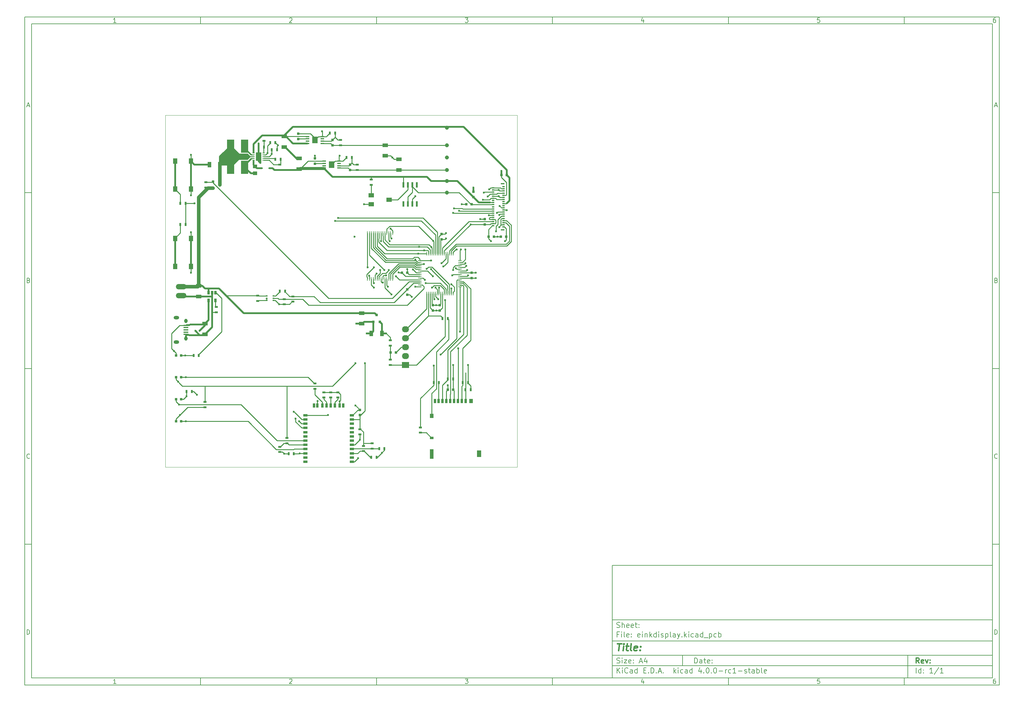
<source format=gtl>
G04 #@! TF.FileFunction,Copper,L1,Top,Signal*
%FSLAX46Y46*%
G04 Gerber Fmt 4.6, Leading zero omitted, Abs format (unit mm)*
G04 Created by KiCad (PCBNEW 4.0.0-rc1-stable) date Tue 08 Dec 2015 07:53:02 AM PST*
%MOMM*%
G01*
G04 APERTURE LIST*
%ADD10C,0.100000*%
%ADD11C,0.150000*%
%ADD12C,0.300000*%
%ADD13C,0.400000*%
%ADD14R,0.500000X0.900000*%
%ADD15R,0.600000X1.550000*%
%ADD16R,1.000000X0.250000*%
%ADD17R,0.250000X1.000000*%
%ADD18R,1.350000X0.400000*%
%ADD19O,0.950000X1.250000*%
%ADD20O,1.550000X1.000000*%
%ADD21O,3.014980X1.506220*%
%ADD22R,1.600000X1.000000*%
%ADD23R,0.750000X0.800000*%
%ADD24R,1.000000X1.600000*%
%ADD25R,0.800000X0.750000*%
%ADD26R,1.250000X1.000000*%
%ADD27R,1.000000X0.800000*%
%ADD28R,0.700000X1.200000*%
%ADD29R,1.000000X1.300480*%
%ADD30R,1.300000X1.900000*%
%ADD31R,1.000000X2.800000*%
%ADD32R,1.000000X1.200000*%
%ADD33R,0.797560X0.797560*%
%ADD34R,1.000000X0.400000*%
%ADD35R,0.800000X0.300000*%
%ADD36R,2.000000X3.700000*%
%ADD37R,2.032000X1.727200*%
%ADD38O,2.032000X1.727200*%
%ADD39R,0.800100X0.800100*%
%ADD40R,0.900000X0.500000*%
%ADD41R,1.524000X1.270000*%
%ADD42R,1.300000X1.550000*%
%ADD43C,1.143000*%
%ADD44R,0.650000X1.060000*%
%ADD45R,0.280000X1.000000*%
%ADD46R,1.650000X2.380000*%
%ADD47R,0.675000X0.250000*%
%ADD48R,1.600000X1.900000*%
%ADD49R,1.000000X0.380000*%
%ADD50R,0.600000X0.420000*%
%ADD51R,0.590000X0.450000*%
%ADD52R,1.295400X0.797560*%
%ADD53R,0.797560X1.295400*%
%ADD54C,0.600000*%
%ADD55C,0.500000*%
%ADD56C,0.250000*%
%ADD57C,1.000000*%
%ADD58C,0.254000*%
G04 APERTURE END LIST*
D10*
D11*
X177002200Y-166007200D02*
X177002200Y-198007200D01*
X285002200Y-198007200D01*
X285002200Y-166007200D01*
X177002200Y-166007200D01*
D10*
D11*
X10000000Y-10000000D02*
X10000000Y-200007200D01*
X287002200Y-200007200D01*
X287002200Y-10000000D01*
X10000000Y-10000000D01*
D10*
D11*
X12000000Y-12000000D02*
X12000000Y-198007200D01*
X285002200Y-198007200D01*
X285002200Y-12000000D01*
X12000000Y-12000000D01*
D10*
D11*
X60000000Y-12000000D02*
X60000000Y-10000000D01*
D10*
D11*
X110000000Y-12000000D02*
X110000000Y-10000000D01*
D10*
D11*
X160000000Y-12000000D02*
X160000000Y-10000000D01*
D10*
D11*
X210000000Y-12000000D02*
X210000000Y-10000000D01*
D10*
D11*
X260000000Y-12000000D02*
X260000000Y-10000000D01*
D10*
D11*
X35990476Y-11588095D02*
X35247619Y-11588095D01*
X35619048Y-11588095D02*
X35619048Y-10288095D01*
X35495238Y-10473810D01*
X35371429Y-10597619D01*
X35247619Y-10659524D01*
D10*
D11*
X85247619Y-10411905D02*
X85309524Y-10350000D01*
X85433333Y-10288095D01*
X85742857Y-10288095D01*
X85866667Y-10350000D01*
X85928571Y-10411905D01*
X85990476Y-10535714D01*
X85990476Y-10659524D01*
X85928571Y-10845238D01*
X85185714Y-11588095D01*
X85990476Y-11588095D01*
D10*
D11*
X135185714Y-10288095D02*
X135990476Y-10288095D01*
X135557143Y-10783333D01*
X135742857Y-10783333D01*
X135866667Y-10845238D01*
X135928571Y-10907143D01*
X135990476Y-11030952D01*
X135990476Y-11340476D01*
X135928571Y-11464286D01*
X135866667Y-11526190D01*
X135742857Y-11588095D01*
X135371429Y-11588095D01*
X135247619Y-11526190D01*
X135185714Y-11464286D01*
D10*
D11*
X185866667Y-10721429D02*
X185866667Y-11588095D01*
X185557143Y-10226190D02*
X185247619Y-11154762D01*
X186052381Y-11154762D01*
D10*
D11*
X235928571Y-10288095D02*
X235309524Y-10288095D01*
X235247619Y-10907143D01*
X235309524Y-10845238D01*
X235433333Y-10783333D01*
X235742857Y-10783333D01*
X235866667Y-10845238D01*
X235928571Y-10907143D01*
X235990476Y-11030952D01*
X235990476Y-11340476D01*
X235928571Y-11464286D01*
X235866667Y-11526190D01*
X235742857Y-11588095D01*
X235433333Y-11588095D01*
X235309524Y-11526190D01*
X235247619Y-11464286D01*
D10*
D11*
X285866667Y-10288095D02*
X285619048Y-10288095D01*
X285495238Y-10350000D01*
X285433333Y-10411905D01*
X285309524Y-10597619D01*
X285247619Y-10845238D01*
X285247619Y-11340476D01*
X285309524Y-11464286D01*
X285371429Y-11526190D01*
X285495238Y-11588095D01*
X285742857Y-11588095D01*
X285866667Y-11526190D01*
X285928571Y-11464286D01*
X285990476Y-11340476D01*
X285990476Y-11030952D01*
X285928571Y-10907143D01*
X285866667Y-10845238D01*
X285742857Y-10783333D01*
X285495238Y-10783333D01*
X285371429Y-10845238D01*
X285309524Y-10907143D01*
X285247619Y-11030952D01*
D10*
D11*
X60000000Y-198007200D02*
X60000000Y-200007200D01*
D10*
D11*
X110000000Y-198007200D02*
X110000000Y-200007200D01*
D10*
D11*
X160000000Y-198007200D02*
X160000000Y-200007200D01*
D10*
D11*
X210000000Y-198007200D02*
X210000000Y-200007200D01*
D10*
D11*
X260000000Y-198007200D02*
X260000000Y-200007200D01*
D10*
D11*
X35990476Y-199595295D02*
X35247619Y-199595295D01*
X35619048Y-199595295D02*
X35619048Y-198295295D01*
X35495238Y-198481010D01*
X35371429Y-198604819D01*
X35247619Y-198666724D01*
D10*
D11*
X85247619Y-198419105D02*
X85309524Y-198357200D01*
X85433333Y-198295295D01*
X85742857Y-198295295D01*
X85866667Y-198357200D01*
X85928571Y-198419105D01*
X85990476Y-198542914D01*
X85990476Y-198666724D01*
X85928571Y-198852438D01*
X85185714Y-199595295D01*
X85990476Y-199595295D01*
D10*
D11*
X135185714Y-198295295D02*
X135990476Y-198295295D01*
X135557143Y-198790533D01*
X135742857Y-198790533D01*
X135866667Y-198852438D01*
X135928571Y-198914343D01*
X135990476Y-199038152D01*
X135990476Y-199347676D01*
X135928571Y-199471486D01*
X135866667Y-199533390D01*
X135742857Y-199595295D01*
X135371429Y-199595295D01*
X135247619Y-199533390D01*
X135185714Y-199471486D01*
D10*
D11*
X185866667Y-198728629D02*
X185866667Y-199595295D01*
X185557143Y-198233390D02*
X185247619Y-199161962D01*
X186052381Y-199161962D01*
D10*
D11*
X235928571Y-198295295D02*
X235309524Y-198295295D01*
X235247619Y-198914343D01*
X235309524Y-198852438D01*
X235433333Y-198790533D01*
X235742857Y-198790533D01*
X235866667Y-198852438D01*
X235928571Y-198914343D01*
X235990476Y-199038152D01*
X235990476Y-199347676D01*
X235928571Y-199471486D01*
X235866667Y-199533390D01*
X235742857Y-199595295D01*
X235433333Y-199595295D01*
X235309524Y-199533390D01*
X235247619Y-199471486D01*
D10*
D11*
X285866667Y-198295295D02*
X285619048Y-198295295D01*
X285495238Y-198357200D01*
X285433333Y-198419105D01*
X285309524Y-198604819D01*
X285247619Y-198852438D01*
X285247619Y-199347676D01*
X285309524Y-199471486D01*
X285371429Y-199533390D01*
X285495238Y-199595295D01*
X285742857Y-199595295D01*
X285866667Y-199533390D01*
X285928571Y-199471486D01*
X285990476Y-199347676D01*
X285990476Y-199038152D01*
X285928571Y-198914343D01*
X285866667Y-198852438D01*
X285742857Y-198790533D01*
X285495238Y-198790533D01*
X285371429Y-198852438D01*
X285309524Y-198914343D01*
X285247619Y-199038152D01*
D10*
D11*
X10000000Y-60000000D02*
X12000000Y-60000000D01*
D10*
D11*
X10000000Y-110000000D02*
X12000000Y-110000000D01*
D10*
D11*
X10000000Y-160000000D02*
X12000000Y-160000000D01*
D10*
D11*
X10690476Y-35216667D02*
X11309524Y-35216667D01*
X10566667Y-35588095D02*
X11000000Y-34288095D01*
X11433333Y-35588095D01*
D10*
D11*
X11092857Y-84907143D02*
X11278571Y-84969048D01*
X11340476Y-85030952D01*
X11402381Y-85154762D01*
X11402381Y-85340476D01*
X11340476Y-85464286D01*
X11278571Y-85526190D01*
X11154762Y-85588095D01*
X10659524Y-85588095D01*
X10659524Y-84288095D01*
X11092857Y-84288095D01*
X11216667Y-84350000D01*
X11278571Y-84411905D01*
X11340476Y-84535714D01*
X11340476Y-84659524D01*
X11278571Y-84783333D01*
X11216667Y-84845238D01*
X11092857Y-84907143D01*
X10659524Y-84907143D01*
D10*
D11*
X11402381Y-135464286D02*
X11340476Y-135526190D01*
X11154762Y-135588095D01*
X11030952Y-135588095D01*
X10845238Y-135526190D01*
X10721429Y-135402381D01*
X10659524Y-135278571D01*
X10597619Y-135030952D01*
X10597619Y-134845238D01*
X10659524Y-134597619D01*
X10721429Y-134473810D01*
X10845238Y-134350000D01*
X11030952Y-134288095D01*
X11154762Y-134288095D01*
X11340476Y-134350000D01*
X11402381Y-134411905D01*
D10*
D11*
X10659524Y-185588095D02*
X10659524Y-184288095D01*
X10969048Y-184288095D01*
X11154762Y-184350000D01*
X11278571Y-184473810D01*
X11340476Y-184597619D01*
X11402381Y-184845238D01*
X11402381Y-185030952D01*
X11340476Y-185278571D01*
X11278571Y-185402381D01*
X11154762Y-185526190D01*
X10969048Y-185588095D01*
X10659524Y-185588095D01*
D10*
D11*
X287002200Y-60000000D02*
X285002200Y-60000000D01*
D10*
D11*
X287002200Y-110000000D02*
X285002200Y-110000000D01*
D10*
D11*
X287002200Y-160000000D02*
X285002200Y-160000000D01*
D10*
D11*
X285692676Y-35216667D02*
X286311724Y-35216667D01*
X285568867Y-35588095D02*
X286002200Y-34288095D01*
X286435533Y-35588095D01*
D10*
D11*
X286095057Y-84907143D02*
X286280771Y-84969048D01*
X286342676Y-85030952D01*
X286404581Y-85154762D01*
X286404581Y-85340476D01*
X286342676Y-85464286D01*
X286280771Y-85526190D01*
X286156962Y-85588095D01*
X285661724Y-85588095D01*
X285661724Y-84288095D01*
X286095057Y-84288095D01*
X286218867Y-84350000D01*
X286280771Y-84411905D01*
X286342676Y-84535714D01*
X286342676Y-84659524D01*
X286280771Y-84783333D01*
X286218867Y-84845238D01*
X286095057Y-84907143D01*
X285661724Y-84907143D01*
D10*
D11*
X286404581Y-135464286D02*
X286342676Y-135526190D01*
X286156962Y-135588095D01*
X286033152Y-135588095D01*
X285847438Y-135526190D01*
X285723629Y-135402381D01*
X285661724Y-135278571D01*
X285599819Y-135030952D01*
X285599819Y-134845238D01*
X285661724Y-134597619D01*
X285723629Y-134473810D01*
X285847438Y-134350000D01*
X286033152Y-134288095D01*
X286156962Y-134288095D01*
X286342676Y-134350000D01*
X286404581Y-134411905D01*
D10*
D11*
X285661724Y-185588095D02*
X285661724Y-184288095D01*
X285971248Y-184288095D01*
X286156962Y-184350000D01*
X286280771Y-184473810D01*
X286342676Y-184597619D01*
X286404581Y-184845238D01*
X286404581Y-185030952D01*
X286342676Y-185278571D01*
X286280771Y-185402381D01*
X286156962Y-185526190D01*
X285971248Y-185588095D01*
X285661724Y-185588095D01*
D10*
D11*
X200359343Y-193785771D02*
X200359343Y-192285771D01*
X200716486Y-192285771D01*
X200930771Y-192357200D01*
X201073629Y-192500057D01*
X201145057Y-192642914D01*
X201216486Y-192928629D01*
X201216486Y-193142914D01*
X201145057Y-193428629D01*
X201073629Y-193571486D01*
X200930771Y-193714343D01*
X200716486Y-193785771D01*
X200359343Y-193785771D01*
X202502200Y-193785771D02*
X202502200Y-193000057D01*
X202430771Y-192857200D01*
X202287914Y-192785771D01*
X202002200Y-192785771D01*
X201859343Y-192857200D01*
X202502200Y-193714343D02*
X202359343Y-193785771D01*
X202002200Y-193785771D01*
X201859343Y-193714343D01*
X201787914Y-193571486D01*
X201787914Y-193428629D01*
X201859343Y-193285771D01*
X202002200Y-193214343D01*
X202359343Y-193214343D01*
X202502200Y-193142914D01*
X203002200Y-192785771D02*
X203573629Y-192785771D01*
X203216486Y-192285771D02*
X203216486Y-193571486D01*
X203287914Y-193714343D01*
X203430772Y-193785771D01*
X203573629Y-193785771D01*
X204645057Y-193714343D02*
X204502200Y-193785771D01*
X204216486Y-193785771D01*
X204073629Y-193714343D01*
X204002200Y-193571486D01*
X204002200Y-193000057D01*
X204073629Y-192857200D01*
X204216486Y-192785771D01*
X204502200Y-192785771D01*
X204645057Y-192857200D01*
X204716486Y-193000057D01*
X204716486Y-193142914D01*
X204002200Y-193285771D01*
X205359343Y-193642914D02*
X205430771Y-193714343D01*
X205359343Y-193785771D01*
X205287914Y-193714343D01*
X205359343Y-193642914D01*
X205359343Y-193785771D01*
X205359343Y-192857200D02*
X205430771Y-192928629D01*
X205359343Y-193000057D01*
X205287914Y-192928629D01*
X205359343Y-192857200D01*
X205359343Y-193000057D01*
D10*
D11*
X177002200Y-194507200D02*
X285002200Y-194507200D01*
D10*
D11*
X178359343Y-196585771D02*
X178359343Y-195085771D01*
X179216486Y-196585771D02*
X178573629Y-195728629D01*
X179216486Y-195085771D02*
X178359343Y-195942914D01*
X179859343Y-196585771D02*
X179859343Y-195585771D01*
X179859343Y-195085771D02*
X179787914Y-195157200D01*
X179859343Y-195228629D01*
X179930771Y-195157200D01*
X179859343Y-195085771D01*
X179859343Y-195228629D01*
X181430772Y-196442914D02*
X181359343Y-196514343D01*
X181145057Y-196585771D01*
X181002200Y-196585771D01*
X180787915Y-196514343D01*
X180645057Y-196371486D01*
X180573629Y-196228629D01*
X180502200Y-195942914D01*
X180502200Y-195728629D01*
X180573629Y-195442914D01*
X180645057Y-195300057D01*
X180787915Y-195157200D01*
X181002200Y-195085771D01*
X181145057Y-195085771D01*
X181359343Y-195157200D01*
X181430772Y-195228629D01*
X182716486Y-196585771D02*
X182716486Y-195800057D01*
X182645057Y-195657200D01*
X182502200Y-195585771D01*
X182216486Y-195585771D01*
X182073629Y-195657200D01*
X182716486Y-196514343D02*
X182573629Y-196585771D01*
X182216486Y-196585771D01*
X182073629Y-196514343D01*
X182002200Y-196371486D01*
X182002200Y-196228629D01*
X182073629Y-196085771D01*
X182216486Y-196014343D01*
X182573629Y-196014343D01*
X182716486Y-195942914D01*
X184073629Y-196585771D02*
X184073629Y-195085771D01*
X184073629Y-196514343D02*
X183930772Y-196585771D01*
X183645058Y-196585771D01*
X183502200Y-196514343D01*
X183430772Y-196442914D01*
X183359343Y-196300057D01*
X183359343Y-195871486D01*
X183430772Y-195728629D01*
X183502200Y-195657200D01*
X183645058Y-195585771D01*
X183930772Y-195585771D01*
X184073629Y-195657200D01*
X185930772Y-195800057D02*
X186430772Y-195800057D01*
X186645058Y-196585771D02*
X185930772Y-196585771D01*
X185930772Y-195085771D01*
X186645058Y-195085771D01*
X187287915Y-196442914D02*
X187359343Y-196514343D01*
X187287915Y-196585771D01*
X187216486Y-196514343D01*
X187287915Y-196442914D01*
X187287915Y-196585771D01*
X188002201Y-196585771D02*
X188002201Y-195085771D01*
X188359344Y-195085771D01*
X188573629Y-195157200D01*
X188716487Y-195300057D01*
X188787915Y-195442914D01*
X188859344Y-195728629D01*
X188859344Y-195942914D01*
X188787915Y-196228629D01*
X188716487Y-196371486D01*
X188573629Y-196514343D01*
X188359344Y-196585771D01*
X188002201Y-196585771D01*
X189502201Y-196442914D02*
X189573629Y-196514343D01*
X189502201Y-196585771D01*
X189430772Y-196514343D01*
X189502201Y-196442914D01*
X189502201Y-196585771D01*
X190145058Y-196157200D02*
X190859344Y-196157200D01*
X190002201Y-196585771D02*
X190502201Y-195085771D01*
X191002201Y-196585771D01*
X191502201Y-196442914D02*
X191573629Y-196514343D01*
X191502201Y-196585771D01*
X191430772Y-196514343D01*
X191502201Y-196442914D01*
X191502201Y-196585771D01*
X194502201Y-196585771D02*
X194502201Y-195085771D01*
X194645058Y-196014343D02*
X195073629Y-196585771D01*
X195073629Y-195585771D02*
X194502201Y-196157200D01*
X195716487Y-196585771D02*
X195716487Y-195585771D01*
X195716487Y-195085771D02*
X195645058Y-195157200D01*
X195716487Y-195228629D01*
X195787915Y-195157200D01*
X195716487Y-195085771D01*
X195716487Y-195228629D01*
X197073630Y-196514343D02*
X196930773Y-196585771D01*
X196645059Y-196585771D01*
X196502201Y-196514343D01*
X196430773Y-196442914D01*
X196359344Y-196300057D01*
X196359344Y-195871486D01*
X196430773Y-195728629D01*
X196502201Y-195657200D01*
X196645059Y-195585771D01*
X196930773Y-195585771D01*
X197073630Y-195657200D01*
X198359344Y-196585771D02*
X198359344Y-195800057D01*
X198287915Y-195657200D01*
X198145058Y-195585771D01*
X197859344Y-195585771D01*
X197716487Y-195657200D01*
X198359344Y-196514343D02*
X198216487Y-196585771D01*
X197859344Y-196585771D01*
X197716487Y-196514343D01*
X197645058Y-196371486D01*
X197645058Y-196228629D01*
X197716487Y-196085771D01*
X197859344Y-196014343D01*
X198216487Y-196014343D01*
X198359344Y-195942914D01*
X199716487Y-196585771D02*
X199716487Y-195085771D01*
X199716487Y-196514343D02*
X199573630Y-196585771D01*
X199287916Y-196585771D01*
X199145058Y-196514343D01*
X199073630Y-196442914D01*
X199002201Y-196300057D01*
X199002201Y-195871486D01*
X199073630Y-195728629D01*
X199145058Y-195657200D01*
X199287916Y-195585771D01*
X199573630Y-195585771D01*
X199716487Y-195657200D01*
X202216487Y-195585771D02*
X202216487Y-196585771D01*
X201859344Y-195014343D02*
X201502201Y-196085771D01*
X202430773Y-196085771D01*
X203002201Y-196442914D02*
X203073629Y-196514343D01*
X203002201Y-196585771D01*
X202930772Y-196514343D01*
X203002201Y-196442914D01*
X203002201Y-196585771D01*
X204002201Y-195085771D02*
X204145058Y-195085771D01*
X204287915Y-195157200D01*
X204359344Y-195228629D01*
X204430773Y-195371486D01*
X204502201Y-195657200D01*
X204502201Y-196014343D01*
X204430773Y-196300057D01*
X204359344Y-196442914D01*
X204287915Y-196514343D01*
X204145058Y-196585771D01*
X204002201Y-196585771D01*
X203859344Y-196514343D01*
X203787915Y-196442914D01*
X203716487Y-196300057D01*
X203645058Y-196014343D01*
X203645058Y-195657200D01*
X203716487Y-195371486D01*
X203787915Y-195228629D01*
X203859344Y-195157200D01*
X204002201Y-195085771D01*
X205145058Y-196442914D02*
X205216486Y-196514343D01*
X205145058Y-196585771D01*
X205073629Y-196514343D01*
X205145058Y-196442914D01*
X205145058Y-196585771D01*
X206145058Y-195085771D02*
X206287915Y-195085771D01*
X206430772Y-195157200D01*
X206502201Y-195228629D01*
X206573630Y-195371486D01*
X206645058Y-195657200D01*
X206645058Y-196014343D01*
X206573630Y-196300057D01*
X206502201Y-196442914D01*
X206430772Y-196514343D01*
X206287915Y-196585771D01*
X206145058Y-196585771D01*
X206002201Y-196514343D01*
X205930772Y-196442914D01*
X205859344Y-196300057D01*
X205787915Y-196014343D01*
X205787915Y-195657200D01*
X205859344Y-195371486D01*
X205930772Y-195228629D01*
X206002201Y-195157200D01*
X206145058Y-195085771D01*
X207287915Y-196014343D02*
X208430772Y-196014343D01*
X209145058Y-196585771D02*
X209145058Y-195585771D01*
X209145058Y-195871486D02*
X209216486Y-195728629D01*
X209287915Y-195657200D01*
X209430772Y-195585771D01*
X209573629Y-195585771D01*
X210716486Y-196514343D02*
X210573629Y-196585771D01*
X210287915Y-196585771D01*
X210145057Y-196514343D01*
X210073629Y-196442914D01*
X210002200Y-196300057D01*
X210002200Y-195871486D01*
X210073629Y-195728629D01*
X210145057Y-195657200D01*
X210287915Y-195585771D01*
X210573629Y-195585771D01*
X210716486Y-195657200D01*
X212145057Y-196585771D02*
X211287914Y-196585771D01*
X211716486Y-196585771D02*
X211716486Y-195085771D01*
X211573629Y-195300057D01*
X211430771Y-195442914D01*
X211287914Y-195514343D01*
X212787914Y-196014343D02*
X213930771Y-196014343D01*
X214573628Y-196514343D02*
X214716485Y-196585771D01*
X215002200Y-196585771D01*
X215145057Y-196514343D01*
X215216485Y-196371486D01*
X215216485Y-196300057D01*
X215145057Y-196157200D01*
X215002200Y-196085771D01*
X214787914Y-196085771D01*
X214645057Y-196014343D01*
X214573628Y-195871486D01*
X214573628Y-195800057D01*
X214645057Y-195657200D01*
X214787914Y-195585771D01*
X215002200Y-195585771D01*
X215145057Y-195657200D01*
X215645057Y-195585771D02*
X216216486Y-195585771D01*
X215859343Y-195085771D02*
X215859343Y-196371486D01*
X215930771Y-196514343D01*
X216073629Y-196585771D01*
X216216486Y-196585771D01*
X217359343Y-196585771D02*
X217359343Y-195800057D01*
X217287914Y-195657200D01*
X217145057Y-195585771D01*
X216859343Y-195585771D01*
X216716486Y-195657200D01*
X217359343Y-196514343D02*
X217216486Y-196585771D01*
X216859343Y-196585771D01*
X216716486Y-196514343D01*
X216645057Y-196371486D01*
X216645057Y-196228629D01*
X216716486Y-196085771D01*
X216859343Y-196014343D01*
X217216486Y-196014343D01*
X217359343Y-195942914D01*
X218073629Y-196585771D02*
X218073629Y-195085771D01*
X218073629Y-195657200D02*
X218216486Y-195585771D01*
X218502200Y-195585771D01*
X218645057Y-195657200D01*
X218716486Y-195728629D01*
X218787915Y-195871486D01*
X218787915Y-196300057D01*
X218716486Y-196442914D01*
X218645057Y-196514343D01*
X218502200Y-196585771D01*
X218216486Y-196585771D01*
X218073629Y-196514343D01*
X219645058Y-196585771D02*
X219502200Y-196514343D01*
X219430772Y-196371486D01*
X219430772Y-195085771D01*
X220787914Y-196514343D02*
X220645057Y-196585771D01*
X220359343Y-196585771D01*
X220216486Y-196514343D01*
X220145057Y-196371486D01*
X220145057Y-195800057D01*
X220216486Y-195657200D01*
X220359343Y-195585771D01*
X220645057Y-195585771D01*
X220787914Y-195657200D01*
X220859343Y-195800057D01*
X220859343Y-195942914D01*
X220145057Y-196085771D01*
D10*
D11*
X177002200Y-191507200D02*
X285002200Y-191507200D01*
D10*
D12*
X264216486Y-193785771D02*
X263716486Y-193071486D01*
X263359343Y-193785771D02*
X263359343Y-192285771D01*
X263930771Y-192285771D01*
X264073629Y-192357200D01*
X264145057Y-192428629D01*
X264216486Y-192571486D01*
X264216486Y-192785771D01*
X264145057Y-192928629D01*
X264073629Y-193000057D01*
X263930771Y-193071486D01*
X263359343Y-193071486D01*
X265430771Y-193714343D02*
X265287914Y-193785771D01*
X265002200Y-193785771D01*
X264859343Y-193714343D01*
X264787914Y-193571486D01*
X264787914Y-193000057D01*
X264859343Y-192857200D01*
X265002200Y-192785771D01*
X265287914Y-192785771D01*
X265430771Y-192857200D01*
X265502200Y-193000057D01*
X265502200Y-193142914D01*
X264787914Y-193285771D01*
X266002200Y-192785771D02*
X266359343Y-193785771D01*
X266716485Y-192785771D01*
X267287914Y-193642914D02*
X267359342Y-193714343D01*
X267287914Y-193785771D01*
X267216485Y-193714343D01*
X267287914Y-193642914D01*
X267287914Y-193785771D01*
X267287914Y-192857200D02*
X267359342Y-192928629D01*
X267287914Y-193000057D01*
X267216485Y-192928629D01*
X267287914Y-192857200D01*
X267287914Y-193000057D01*
D10*
D11*
X178287914Y-193714343D02*
X178502200Y-193785771D01*
X178859343Y-193785771D01*
X179002200Y-193714343D01*
X179073629Y-193642914D01*
X179145057Y-193500057D01*
X179145057Y-193357200D01*
X179073629Y-193214343D01*
X179002200Y-193142914D01*
X178859343Y-193071486D01*
X178573629Y-193000057D01*
X178430771Y-192928629D01*
X178359343Y-192857200D01*
X178287914Y-192714343D01*
X178287914Y-192571486D01*
X178359343Y-192428629D01*
X178430771Y-192357200D01*
X178573629Y-192285771D01*
X178930771Y-192285771D01*
X179145057Y-192357200D01*
X179787914Y-193785771D02*
X179787914Y-192785771D01*
X179787914Y-192285771D02*
X179716485Y-192357200D01*
X179787914Y-192428629D01*
X179859342Y-192357200D01*
X179787914Y-192285771D01*
X179787914Y-192428629D01*
X180359343Y-192785771D02*
X181145057Y-192785771D01*
X180359343Y-193785771D01*
X181145057Y-193785771D01*
X182287914Y-193714343D02*
X182145057Y-193785771D01*
X181859343Y-193785771D01*
X181716486Y-193714343D01*
X181645057Y-193571486D01*
X181645057Y-193000057D01*
X181716486Y-192857200D01*
X181859343Y-192785771D01*
X182145057Y-192785771D01*
X182287914Y-192857200D01*
X182359343Y-193000057D01*
X182359343Y-193142914D01*
X181645057Y-193285771D01*
X183002200Y-193642914D02*
X183073628Y-193714343D01*
X183002200Y-193785771D01*
X182930771Y-193714343D01*
X183002200Y-193642914D01*
X183002200Y-193785771D01*
X183002200Y-192857200D02*
X183073628Y-192928629D01*
X183002200Y-193000057D01*
X182930771Y-192928629D01*
X183002200Y-192857200D01*
X183002200Y-193000057D01*
X184787914Y-193357200D02*
X185502200Y-193357200D01*
X184645057Y-193785771D02*
X185145057Y-192285771D01*
X185645057Y-193785771D01*
X186787914Y-192785771D02*
X186787914Y-193785771D01*
X186430771Y-192214343D02*
X186073628Y-193285771D01*
X187002200Y-193285771D01*
D10*
D11*
X263359343Y-196585771D02*
X263359343Y-195085771D01*
X264716486Y-196585771D02*
X264716486Y-195085771D01*
X264716486Y-196514343D02*
X264573629Y-196585771D01*
X264287915Y-196585771D01*
X264145057Y-196514343D01*
X264073629Y-196442914D01*
X264002200Y-196300057D01*
X264002200Y-195871486D01*
X264073629Y-195728629D01*
X264145057Y-195657200D01*
X264287915Y-195585771D01*
X264573629Y-195585771D01*
X264716486Y-195657200D01*
X265430772Y-196442914D02*
X265502200Y-196514343D01*
X265430772Y-196585771D01*
X265359343Y-196514343D01*
X265430772Y-196442914D01*
X265430772Y-196585771D01*
X265430772Y-195657200D02*
X265502200Y-195728629D01*
X265430772Y-195800057D01*
X265359343Y-195728629D01*
X265430772Y-195657200D01*
X265430772Y-195800057D01*
X268073629Y-196585771D02*
X267216486Y-196585771D01*
X267645058Y-196585771D02*
X267645058Y-195085771D01*
X267502201Y-195300057D01*
X267359343Y-195442914D01*
X267216486Y-195514343D01*
X269787914Y-195014343D02*
X268502200Y-196942914D01*
X271073629Y-196585771D02*
X270216486Y-196585771D01*
X270645058Y-196585771D02*
X270645058Y-195085771D01*
X270502201Y-195300057D01*
X270359343Y-195442914D01*
X270216486Y-195514343D01*
D10*
D11*
X177002200Y-187507200D02*
X285002200Y-187507200D01*
D10*
D13*
X178454581Y-188211962D02*
X179597438Y-188211962D01*
X178776010Y-190211962D02*
X179026010Y-188211962D01*
X180014105Y-190211962D02*
X180180771Y-188878629D01*
X180264105Y-188211962D02*
X180156962Y-188307200D01*
X180240295Y-188402438D01*
X180347439Y-188307200D01*
X180264105Y-188211962D01*
X180240295Y-188402438D01*
X180847438Y-188878629D02*
X181609343Y-188878629D01*
X181216486Y-188211962D02*
X181002200Y-189926248D01*
X181073630Y-190116724D01*
X181252201Y-190211962D01*
X181442677Y-190211962D01*
X182395058Y-190211962D02*
X182216487Y-190116724D01*
X182145057Y-189926248D01*
X182359343Y-188211962D01*
X183930772Y-190116724D02*
X183728391Y-190211962D01*
X183347439Y-190211962D01*
X183168867Y-190116724D01*
X183097438Y-189926248D01*
X183192676Y-189164343D01*
X183311724Y-188973867D01*
X183514105Y-188878629D01*
X183895057Y-188878629D01*
X184073629Y-188973867D01*
X184145057Y-189164343D01*
X184121248Y-189354819D01*
X183145057Y-189545295D01*
X184895057Y-190021486D02*
X184978392Y-190116724D01*
X184871248Y-190211962D01*
X184787915Y-190116724D01*
X184895057Y-190021486D01*
X184871248Y-190211962D01*
X185026010Y-188973867D02*
X185109344Y-189069105D01*
X185002200Y-189164343D01*
X184918867Y-189069105D01*
X185026010Y-188973867D01*
X185002200Y-189164343D01*
D10*
D11*
X178859343Y-185600057D02*
X178359343Y-185600057D01*
X178359343Y-186385771D02*
X178359343Y-184885771D01*
X179073629Y-184885771D01*
X179645057Y-186385771D02*
X179645057Y-185385771D01*
X179645057Y-184885771D02*
X179573628Y-184957200D01*
X179645057Y-185028629D01*
X179716485Y-184957200D01*
X179645057Y-184885771D01*
X179645057Y-185028629D01*
X180573629Y-186385771D02*
X180430771Y-186314343D01*
X180359343Y-186171486D01*
X180359343Y-184885771D01*
X181716485Y-186314343D02*
X181573628Y-186385771D01*
X181287914Y-186385771D01*
X181145057Y-186314343D01*
X181073628Y-186171486D01*
X181073628Y-185600057D01*
X181145057Y-185457200D01*
X181287914Y-185385771D01*
X181573628Y-185385771D01*
X181716485Y-185457200D01*
X181787914Y-185600057D01*
X181787914Y-185742914D01*
X181073628Y-185885771D01*
X182430771Y-186242914D02*
X182502199Y-186314343D01*
X182430771Y-186385771D01*
X182359342Y-186314343D01*
X182430771Y-186242914D01*
X182430771Y-186385771D01*
X182430771Y-185457200D02*
X182502199Y-185528629D01*
X182430771Y-185600057D01*
X182359342Y-185528629D01*
X182430771Y-185457200D01*
X182430771Y-185600057D01*
X184859342Y-186314343D02*
X184716485Y-186385771D01*
X184430771Y-186385771D01*
X184287914Y-186314343D01*
X184216485Y-186171486D01*
X184216485Y-185600057D01*
X184287914Y-185457200D01*
X184430771Y-185385771D01*
X184716485Y-185385771D01*
X184859342Y-185457200D01*
X184930771Y-185600057D01*
X184930771Y-185742914D01*
X184216485Y-185885771D01*
X185573628Y-186385771D02*
X185573628Y-185385771D01*
X185573628Y-184885771D02*
X185502199Y-184957200D01*
X185573628Y-185028629D01*
X185645056Y-184957200D01*
X185573628Y-184885771D01*
X185573628Y-185028629D01*
X186287914Y-185385771D02*
X186287914Y-186385771D01*
X186287914Y-185528629D02*
X186359342Y-185457200D01*
X186502200Y-185385771D01*
X186716485Y-185385771D01*
X186859342Y-185457200D01*
X186930771Y-185600057D01*
X186930771Y-186385771D01*
X187645057Y-186385771D02*
X187645057Y-184885771D01*
X187787914Y-185814343D02*
X188216485Y-186385771D01*
X188216485Y-185385771D02*
X187645057Y-185957200D01*
X189502200Y-186385771D02*
X189502200Y-184885771D01*
X189502200Y-186314343D02*
X189359343Y-186385771D01*
X189073629Y-186385771D01*
X188930771Y-186314343D01*
X188859343Y-186242914D01*
X188787914Y-186100057D01*
X188787914Y-185671486D01*
X188859343Y-185528629D01*
X188930771Y-185457200D01*
X189073629Y-185385771D01*
X189359343Y-185385771D01*
X189502200Y-185457200D01*
X190216486Y-186385771D02*
X190216486Y-185385771D01*
X190216486Y-184885771D02*
X190145057Y-184957200D01*
X190216486Y-185028629D01*
X190287914Y-184957200D01*
X190216486Y-184885771D01*
X190216486Y-185028629D01*
X190859343Y-186314343D02*
X191002200Y-186385771D01*
X191287915Y-186385771D01*
X191430772Y-186314343D01*
X191502200Y-186171486D01*
X191502200Y-186100057D01*
X191430772Y-185957200D01*
X191287915Y-185885771D01*
X191073629Y-185885771D01*
X190930772Y-185814343D01*
X190859343Y-185671486D01*
X190859343Y-185600057D01*
X190930772Y-185457200D01*
X191073629Y-185385771D01*
X191287915Y-185385771D01*
X191430772Y-185457200D01*
X192145058Y-185385771D02*
X192145058Y-186885771D01*
X192145058Y-185457200D02*
X192287915Y-185385771D01*
X192573629Y-185385771D01*
X192716486Y-185457200D01*
X192787915Y-185528629D01*
X192859344Y-185671486D01*
X192859344Y-186100057D01*
X192787915Y-186242914D01*
X192716486Y-186314343D01*
X192573629Y-186385771D01*
X192287915Y-186385771D01*
X192145058Y-186314343D01*
X193716487Y-186385771D02*
X193573629Y-186314343D01*
X193502201Y-186171486D01*
X193502201Y-184885771D01*
X194930772Y-186385771D02*
X194930772Y-185600057D01*
X194859343Y-185457200D01*
X194716486Y-185385771D01*
X194430772Y-185385771D01*
X194287915Y-185457200D01*
X194930772Y-186314343D02*
X194787915Y-186385771D01*
X194430772Y-186385771D01*
X194287915Y-186314343D01*
X194216486Y-186171486D01*
X194216486Y-186028629D01*
X194287915Y-185885771D01*
X194430772Y-185814343D01*
X194787915Y-185814343D01*
X194930772Y-185742914D01*
X195502201Y-185385771D02*
X195859344Y-186385771D01*
X196216486Y-185385771D02*
X195859344Y-186385771D01*
X195716486Y-186742914D01*
X195645058Y-186814343D01*
X195502201Y-186885771D01*
X196787915Y-186242914D02*
X196859343Y-186314343D01*
X196787915Y-186385771D01*
X196716486Y-186314343D01*
X196787915Y-186242914D01*
X196787915Y-186385771D01*
X197502201Y-186385771D02*
X197502201Y-184885771D01*
X197645058Y-185814343D02*
X198073629Y-186385771D01*
X198073629Y-185385771D02*
X197502201Y-185957200D01*
X198716487Y-186385771D02*
X198716487Y-185385771D01*
X198716487Y-184885771D02*
X198645058Y-184957200D01*
X198716487Y-185028629D01*
X198787915Y-184957200D01*
X198716487Y-184885771D01*
X198716487Y-185028629D01*
X200073630Y-186314343D02*
X199930773Y-186385771D01*
X199645059Y-186385771D01*
X199502201Y-186314343D01*
X199430773Y-186242914D01*
X199359344Y-186100057D01*
X199359344Y-185671486D01*
X199430773Y-185528629D01*
X199502201Y-185457200D01*
X199645059Y-185385771D01*
X199930773Y-185385771D01*
X200073630Y-185457200D01*
X201359344Y-186385771D02*
X201359344Y-185600057D01*
X201287915Y-185457200D01*
X201145058Y-185385771D01*
X200859344Y-185385771D01*
X200716487Y-185457200D01*
X201359344Y-186314343D02*
X201216487Y-186385771D01*
X200859344Y-186385771D01*
X200716487Y-186314343D01*
X200645058Y-186171486D01*
X200645058Y-186028629D01*
X200716487Y-185885771D01*
X200859344Y-185814343D01*
X201216487Y-185814343D01*
X201359344Y-185742914D01*
X202716487Y-186385771D02*
X202716487Y-184885771D01*
X202716487Y-186314343D02*
X202573630Y-186385771D01*
X202287916Y-186385771D01*
X202145058Y-186314343D01*
X202073630Y-186242914D01*
X202002201Y-186100057D01*
X202002201Y-185671486D01*
X202073630Y-185528629D01*
X202145058Y-185457200D01*
X202287916Y-185385771D01*
X202573630Y-185385771D01*
X202716487Y-185457200D01*
X203073630Y-186528629D02*
X204216487Y-186528629D01*
X204573630Y-185385771D02*
X204573630Y-186885771D01*
X204573630Y-185457200D02*
X204716487Y-185385771D01*
X205002201Y-185385771D01*
X205145058Y-185457200D01*
X205216487Y-185528629D01*
X205287916Y-185671486D01*
X205287916Y-186100057D01*
X205216487Y-186242914D01*
X205145058Y-186314343D01*
X205002201Y-186385771D01*
X204716487Y-186385771D01*
X204573630Y-186314343D01*
X206573630Y-186314343D02*
X206430773Y-186385771D01*
X206145059Y-186385771D01*
X206002201Y-186314343D01*
X205930773Y-186242914D01*
X205859344Y-186100057D01*
X205859344Y-185671486D01*
X205930773Y-185528629D01*
X206002201Y-185457200D01*
X206145059Y-185385771D01*
X206430773Y-185385771D01*
X206573630Y-185457200D01*
X207216487Y-186385771D02*
X207216487Y-184885771D01*
X207216487Y-185457200D02*
X207359344Y-185385771D01*
X207645058Y-185385771D01*
X207787915Y-185457200D01*
X207859344Y-185528629D01*
X207930773Y-185671486D01*
X207930773Y-186100057D01*
X207859344Y-186242914D01*
X207787915Y-186314343D01*
X207645058Y-186385771D01*
X207359344Y-186385771D01*
X207216487Y-186314343D01*
D10*
D11*
X177002200Y-181507200D02*
X285002200Y-181507200D01*
D10*
D11*
X178287914Y-183614343D02*
X178502200Y-183685771D01*
X178859343Y-183685771D01*
X179002200Y-183614343D01*
X179073629Y-183542914D01*
X179145057Y-183400057D01*
X179145057Y-183257200D01*
X179073629Y-183114343D01*
X179002200Y-183042914D01*
X178859343Y-182971486D01*
X178573629Y-182900057D01*
X178430771Y-182828629D01*
X178359343Y-182757200D01*
X178287914Y-182614343D01*
X178287914Y-182471486D01*
X178359343Y-182328629D01*
X178430771Y-182257200D01*
X178573629Y-182185771D01*
X178930771Y-182185771D01*
X179145057Y-182257200D01*
X179787914Y-183685771D02*
X179787914Y-182185771D01*
X180430771Y-183685771D02*
X180430771Y-182900057D01*
X180359342Y-182757200D01*
X180216485Y-182685771D01*
X180002200Y-182685771D01*
X179859342Y-182757200D01*
X179787914Y-182828629D01*
X181716485Y-183614343D02*
X181573628Y-183685771D01*
X181287914Y-183685771D01*
X181145057Y-183614343D01*
X181073628Y-183471486D01*
X181073628Y-182900057D01*
X181145057Y-182757200D01*
X181287914Y-182685771D01*
X181573628Y-182685771D01*
X181716485Y-182757200D01*
X181787914Y-182900057D01*
X181787914Y-183042914D01*
X181073628Y-183185771D01*
X183002199Y-183614343D02*
X182859342Y-183685771D01*
X182573628Y-183685771D01*
X182430771Y-183614343D01*
X182359342Y-183471486D01*
X182359342Y-182900057D01*
X182430771Y-182757200D01*
X182573628Y-182685771D01*
X182859342Y-182685771D01*
X183002199Y-182757200D01*
X183073628Y-182900057D01*
X183073628Y-183042914D01*
X182359342Y-183185771D01*
X183502199Y-182685771D02*
X184073628Y-182685771D01*
X183716485Y-182185771D02*
X183716485Y-183471486D01*
X183787913Y-183614343D01*
X183930771Y-183685771D01*
X184073628Y-183685771D01*
X184573628Y-183542914D02*
X184645056Y-183614343D01*
X184573628Y-183685771D01*
X184502199Y-183614343D01*
X184573628Y-183542914D01*
X184573628Y-183685771D01*
X184573628Y-182757200D02*
X184645056Y-182828629D01*
X184573628Y-182900057D01*
X184502199Y-182828629D01*
X184573628Y-182757200D01*
X184573628Y-182900057D01*
D10*
D11*
X197002200Y-191507200D02*
X197002200Y-194507200D01*
D10*
D11*
X261002200Y-191507200D02*
X261002200Y-198007200D01*
D10*
X50000000Y-138000000D02*
X50000000Y-38000000D01*
X150000000Y-138000000D02*
X50000000Y-138000000D01*
X150000000Y-38000000D02*
X150000000Y-138000000D01*
X50000000Y-38000000D02*
X150000000Y-38000000D01*
D14*
X56000000Y-116500000D03*
X57500000Y-116500000D03*
D15*
X121405000Y-57800000D03*
X120135000Y-57800000D03*
X118865000Y-57800000D03*
X117595000Y-57800000D03*
X117595000Y-63200000D03*
X118865000Y-63200000D03*
X120135000Y-63200000D03*
X121405000Y-63200000D03*
D16*
X122300000Y-79250000D03*
X122300000Y-79750000D03*
X122300000Y-80250000D03*
X122300000Y-80750000D03*
X122300000Y-81250000D03*
X122300000Y-81750000D03*
X122300000Y-82250000D03*
X122300000Y-82750000D03*
X122300000Y-83250000D03*
X122300000Y-83750000D03*
X122300000Y-84250000D03*
X122300000Y-84750000D03*
X122300000Y-85250000D03*
X122300000Y-85750000D03*
X122300000Y-86250000D03*
X122300000Y-86750000D03*
D17*
X124250000Y-88700000D03*
X124750000Y-88700000D03*
X125250000Y-88700000D03*
X125750000Y-88700000D03*
X126250000Y-88700000D03*
X126750000Y-88700000D03*
X127250000Y-88700000D03*
X127750000Y-88700000D03*
X128250000Y-88700000D03*
X128750000Y-88700000D03*
X129250000Y-88700000D03*
X129750000Y-88700000D03*
X130250000Y-88700000D03*
X130750000Y-88700000D03*
X131250000Y-88700000D03*
X131750000Y-88700000D03*
D16*
X133700000Y-86750000D03*
X133700000Y-86250000D03*
X133700000Y-85750000D03*
X133700000Y-85250000D03*
X133700000Y-84750000D03*
X133700000Y-84250000D03*
X133700000Y-83750000D03*
X133700000Y-83250000D03*
X133700000Y-82750000D03*
X133700000Y-82250000D03*
X133700000Y-81750000D03*
X133700000Y-81250000D03*
X133700000Y-80750000D03*
X133700000Y-80250000D03*
X133700000Y-79750000D03*
X133700000Y-79250000D03*
D17*
X131750000Y-77300000D03*
X131250000Y-77300000D03*
X130750000Y-77300000D03*
X130250000Y-77300000D03*
X129750000Y-77300000D03*
X129250000Y-77300000D03*
X128750000Y-77300000D03*
X128250000Y-77300000D03*
X127750000Y-77300000D03*
X127250000Y-77300000D03*
X126750000Y-77300000D03*
X126250000Y-77300000D03*
X125750000Y-77300000D03*
X125250000Y-77300000D03*
X124750000Y-77300000D03*
X124250000Y-77300000D03*
D18*
X55812540Y-97700900D03*
X55812540Y-98350900D03*
X55812540Y-99000900D03*
X55812540Y-99650900D03*
X55812540Y-100300900D03*
D19*
X55812540Y-96500900D03*
X55812540Y-101500900D03*
D20*
X53112540Y-95500900D03*
X53112540Y-102500900D03*
D21*
X54500000Y-86730000D03*
X54500000Y-89270000D03*
D22*
X61250000Y-97250000D03*
X61250000Y-100250000D03*
D23*
X140750000Y-69000000D03*
X140750000Y-67500000D03*
D22*
X59500000Y-86500000D03*
X59500000Y-89500000D03*
D24*
X65500000Y-52000000D03*
X62500000Y-52000000D03*
D22*
X105750000Y-94250000D03*
X105750000Y-97250000D03*
D25*
X117250000Y-82750000D03*
X118750000Y-82750000D03*
D24*
X111500000Y-100000000D03*
X108500000Y-100000000D03*
D25*
X114000000Y-105477593D03*
X115500000Y-105477593D03*
D26*
X75500000Y-54500000D03*
X75500000Y-52500000D03*
D23*
X126000000Y-92000000D03*
X126000000Y-93500000D03*
X128000000Y-93500000D03*
X128000000Y-92000000D03*
D22*
X83750000Y-44000000D03*
X83750000Y-47000000D03*
X88000000Y-53250000D03*
X88000000Y-50250000D03*
D23*
X87750000Y-44750000D03*
X87750000Y-43250000D03*
X92500000Y-51750000D03*
X92500000Y-50250000D03*
X128500000Y-71750000D03*
X128500000Y-73250000D03*
X97500000Y-46500000D03*
X97500000Y-45000000D03*
X102500000Y-53500000D03*
X102500000Y-52000000D03*
X137000000Y-84250000D03*
X137000000Y-82750000D03*
D25*
X130250000Y-116000000D03*
X131750000Y-116000000D03*
D22*
X112500000Y-46500000D03*
X112500000Y-49500000D03*
X116400000Y-53500000D03*
X116400000Y-50500000D03*
D23*
X105250000Y-123250000D03*
X105250000Y-121750000D03*
D27*
X125700000Y-129700000D03*
D28*
X126650000Y-119200000D03*
X127600000Y-119200000D03*
X128700000Y-119200000D03*
X129800000Y-119200000D03*
X130900000Y-119200000D03*
X132000000Y-119200000D03*
X133100000Y-119200000D03*
X134200000Y-119200000D03*
X135300000Y-119200000D03*
D29*
X125700000Y-123500000D03*
D30*
X139100000Y-134200000D03*
D31*
X125700000Y-134300000D03*
D32*
X136850000Y-119200000D03*
D33*
X53000700Y-106250000D03*
X54499300Y-106250000D03*
X53000700Y-112500000D03*
X54499300Y-112500000D03*
X53000700Y-118750000D03*
X54499300Y-118750000D03*
X53000700Y-125000000D03*
X54499300Y-125000000D03*
D34*
X145800000Y-70550000D03*
X145800000Y-57450000D03*
D35*
X146100000Y-58300000D03*
X146100000Y-58900000D03*
X146100000Y-59500000D03*
X146100000Y-60100000D03*
X146100000Y-60700000D03*
X146100000Y-61300000D03*
X146100000Y-61900000D03*
X146100000Y-62500000D03*
X146100000Y-63100000D03*
X146100000Y-63700000D03*
X146100000Y-64300000D03*
X146100000Y-64900000D03*
X146100000Y-65500000D03*
X146100000Y-66100000D03*
X146100000Y-66700000D03*
X146100000Y-67300000D03*
X146100000Y-67900000D03*
X146100000Y-68500000D03*
X146100000Y-69100000D03*
X146100000Y-69700000D03*
X143150000Y-69400000D03*
X143150000Y-68800000D03*
X143150000Y-68200000D03*
X143150000Y-67600000D03*
X143150000Y-67000000D03*
X143150000Y-66400000D03*
X143150000Y-65800000D03*
X143150000Y-65200000D03*
X143150000Y-64600000D03*
X143150000Y-64000000D03*
X143150000Y-63400000D03*
X143150000Y-62800000D03*
X143150000Y-62200000D03*
X143150000Y-61600000D03*
X143150000Y-61000000D03*
X143150000Y-60400000D03*
X143150000Y-59800000D03*
X143150000Y-59200000D03*
X143150000Y-58600000D03*
D36*
X68500000Y-46750000D03*
X72500000Y-46750000D03*
X68500000Y-52750000D03*
X72500000Y-52750000D03*
D19*
X55812540Y-101500900D03*
X55812540Y-96500900D03*
D20*
X53112540Y-102500900D03*
X53112540Y-95500900D03*
D37*
X118250000Y-109000000D03*
D38*
X118250000Y-106460000D03*
X118250000Y-103920000D03*
X118250000Y-101380000D03*
X118250000Y-98840000D03*
D39*
X63499240Y-56800000D03*
X63499240Y-58700000D03*
X65498220Y-57750000D03*
D40*
X64500000Y-92500000D03*
X64500000Y-94000000D03*
D14*
X59500000Y-106250000D03*
X58000000Y-106250000D03*
D40*
X61500000Y-58500000D03*
X61500000Y-57000000D03*
X108500000Y-57750000D03*
X108500000Y-56250000D03*
D14*
X79750000Y-45750000D03*
X81250000Y-45750000D03*
X80250000Y-47750000D03*
X81750000Y-47750000D03*
D40*
X113902627Y-103477593D03*
X113902627Y-101977593D03*
X113902627Y-108977593D03*
X113902627Y-107477593D03*
D14*
X81250000Y-50500000D03*
X82750000Y-50500000D03*
D40*
X82500000Y-52000000D03*
X82500000Y-53500000D03*
X78000000Y-43750000D03*
X78000000Y-45250000D03*
D14*
X78000000Y-47000000D03*
X76500000Y-47000000D03*
D40*
X122500000Y-126750000D03*
X122500000Y-128250000D03*
X105250000Y-127250000D03*
X105250000Y-128750000D03*
D14*
X98250000Y-43000000D03*
X96750000Y-43000000D03*
X103000000Y-50000000D03*
X101500000Y-50000000D03*
X108500000Y-135250000D03*
X110000000Y-135250000D03*
X110750000Y-132750000D03*
X112250000Y-132750000D03*
X54250000Y-69000000D03*
X55750000Y-69000000D03*
D40*
X99750000Y-45000000D03*
X99750000Y-46500000D03*
X104500000Y-52000000D03*
X104500000Y-53500000D03*
D14*
X136750000Y-116000000D03*
X135250000Y-116000000D03*
X136000000Y-114000000D03*
X134500000Y-114000000D03*
X131750000Y-113000000D03*
X130250000Y-113000000D03*
X126250000Y-114000000D03*
X127750000Y-114000000D03*
D40*
X92500000Y-114250000D03*
X92500000Y-115750000D03*
X82500000Y-132250000D03*
X82500000Y-133750000D03*
X61250000Y-119500000D03*
X61250000Y-121000000D03*
D14*
X86500000Y-134250000D03*
X85000000Y-134250000D03*
D41*
X108460000Y-60730000D03*
X113540000Y-62000000D03*
X108460000Y-63270000D03*
D42*
X57250000Y-80975000D03*
X52750000Y-80975000D03*
X52750000Y-73025000D03*
X57250000Y-73025000D03*
D43*
X130000000Y-60000000D03*
X130000000Y-50000000D03*
X130000000Y-41500000D03*
X130000000Y-56700000D03*
X130000000Y-46500000D03*
X130000000Y-53500000D03*
D44*
X64200000Y-88400000D03*
X63250000Y-88400000D03*
X62300000Y-88400000D03*
X62300000Y-90600000D03*
X64200000Y-90600000D03*
D45*
X111275000Y-84500000D03*
X111825000Y-84500000D03*
X112375000Y-84500000D03*
X112925000Y-84500000D03*
X113475000Y-84500000D03*
X114025000Y-84500000D03*
X114575000Y-84500000D03*
X114575000Y-71500000D03*
X114025000Y-71500000D03*
X113475000Y-71500000D03*
X112925000Y-71500000D03*
X112375000Y-71500000D03*
X111825000Y-71500000D03*
X111275000Y-71500000D03*
X110725000Y-84500000D03*
X110175000Y-84500000D03*
X109625000Y-84500000D03*
X109075000Y-84500000D03*
X108525000Y-84500000D03*
X107975000Y-84500000D03*
X107425000Y-84500000D03*
X107425000Y-71500000D03*
X107975000Y-71500000D03*
X108525000Y-71500000D03*
X109075000Y-71500000D03*
X109625000Y-71500000D03*
X110175000Y-71500000D03*
X110725000Y-71500000D03*
D39*
X109050000Y-96750760D03*
X110950000Y-96750760D03*
X110000000Y-94751780D03*
D46*
X76500000Y-49750000D03*
D47*
X75087500Y-48750000D03*
X75087500Y-49250000D03*
X75087500Y-49750000D03*
X75087500Y-50250000D03*
X75087500Y-50750000D03*
X77912500Y-48750000D03*
X77912500Y-49250000D03*
X77912500Y-49750000D03*
X77912500Y-50250000D03*
X77912500Y-50750000D03*
D48*
X92500000Y-45000000D03*
D49*
X94600000Y-45975000D03*
X94600000Y-45325000D03*
X94600000Y-44675000D03*
X94600000Y-44025000D03*
X90400000Y-45975000D03*
X90400000Y-45325000D03*
X90400000Y-44675000D03*
X90400000Y-44025000D03*
D48*
X97250000Y-52000000D03*
D49*
X99350000Y-52975000D03*
X99350000Y-52325000D03*
X99350000Y-51675000D03*
X99350000Y-51025000D03*
X95150000Y-52975000D03*
X95150000Y-52325000D03*
X95150000Y-51675000D03*
X95150000Y-51025000D03*
D40*
X76250000Y-90750000D03*
X76250000Y-89250000D03*
X83750000Y-90250000D03*
X83750000Y-91750000D03*
D14*
X82500000Y-88000000D03*
X84000000Y-88000000D03*
D40*
X86250000Y-91000000D03*
X86250000Y-89500000D03*
D14*
X55750000Y-63000000D03*
X54250000Y-63000000D03*
D42*
X57250000Y-58975000D03*
X52750000Y-58975000D03*
X52750000Y-51025000D03*
X57250000Y-51025000D03*
D50*
X78800000Y-90000000D03*
X80700000Y-90650000D03*
X80700000Y-89350000D03*
X78800000Y-90650000D03*
X80700000Y-90000000D03*
X78800000Y-89350000D03*
D51*
X77445000Y-53000000D03*
X79555000Y-53000000D03*
D25*
X143350000Y-72500000D03*
X141850000Y-72500000D03*
X135500000Y-63250000D03*
X137000000Y-63250000D03*
D23*
X137500000Y-59750000D03*
X137500000Y-61250000D03*
D25*
X145350000Y-72500000D03*
X146850000Y-72500000D03*
X145500000Y-55000000D03*
X147000000Y-55000000D03*
D23*
X118750000Y-87500000D03*
X118750000Y-89000000D03*
D40*
X106250000Y-133500000D03*
X106250000Y-132000000D03*
X108750000Y-132750000D03*
X108750000Y-131250000D03*
X84500000Y-129750000D03*
X84500000Y-131250000D03*
X99000000Y-116750000D03*
X99000000Y-118250000D03*
X97000000Y-116750000D03*
X97000000Y-118250000D03*
X95000000Y-116750000D03*
X95000000Y-118250000D03*
D14*
X128750000Y-95750000D03*
X130250000Y-95750000D03*
D52*
X103000000Y-124501040D03*
X103000000Y-123304700D03*
X103000000Y-125705000D03*
X103000000Y-126901340D03*
X103000000Y-131699400D03*
X103000000Y-130500520D03*
X103000000Y-128100220D03*
X103000000Y-129299100D03*
X103000000Y-134099700D03*
X103000000Y-132900820D03*
X103000000Y-135301120D03*
X103000000Y-136500000D03*
X89802160Y-123299620D03*
X89799620Y-124501040D03*
X89799620Y-125699920D03*
X89799620Y-126898800D03*
X89799620Y-128100220D03*
X89799620Y-129299100D03*
X89799620Y-130500520D03*
X89799620Y-131699400D03*
X89799620Y-132900820D03*
X89799620Y-134099700D03*
X89799620Y-135301120D03*
X89799620Y-136500000D03*
D53*
X100500640Y-120500540D03*
X99502420Y-120500540D03*
X98201940Y-120500540D03*
X97000520Y-120500540D03*
X95801640Y-120500540D03*
X94600220Y-120500540D03*
X93203220Y-120500540D03*
X92205000Y-120500540D03*
D54*
X57250000Y-82750000D03*
X57250000Y-71250000D03*
X57250000Y-60750000D03*
X57250000Y-49250000D03*
X59000000Y-117500000D03*
X139500006Y-67500000D03*
X144875020Y-69766956D03*
X120000000Y-89600000D03*
X129750000Y-73000000D03*
X118750000Y-81750000D03*
X107250000Y-100000000D03*
X93250000Y-119250000D03*
X99500000Y-119325031D03*
X104000000Y-120500000D03*
X104750000Y-135500000D03*
X111500000Y-134000000D03*
X83750000Y-134250000D03*
X130250000Y-114750000D03*
X82350000Y-91750000D03*
X104250000Y-97250000D03*
X82000000Y-46500000D03*
X85750000Y-48750000D03*
X126982631Y-92000000D03*
X140499996Y-60000000D03*
X138250000Y-82750000D03*
X145500000Y-53750000D03*
X137500000Y-58500000D03*
X106500000Y-63250000D03*
X144350000Y-72500000D03*
X134250000Y-63250000D03*
X99500000Y-49500000D03*
X94500000Y-42500000D03*
X92500000Y-49500000D03*
X114500000Y-50000000D03*
X77000000Y-51500000D03*
X76500000Y-46000000D03*
X58500000Y-99249988D03*
X111250000Y-73750014D03*
X52400000Y-105000000D03*
X59750000Y-99250000D03*
X53590372Y-113738452D03*
X58250000Y-63000000D03*
X126310547Y-109149099D03*
X106750000Y-108500000D03*
X136000000Y-109012860D03*
X131750000Y-108983699D03*
X104000000Y-108500000D03*
X112750002Y-100000000D03*
X129750000Y-71499992D03*
X113500000Y-82000002D03*
X103750000Y-72500000D03*
X126993936Y-93500000D03*
X138250000Y-84250000D03*
X116305579Y-82653327D03*
X121000000Y-61000000D03*
X142500000Y-73749998D03*
X146499996Y-73750000D03*
X133750000Y-99500000D03*
X133249996Y-104250000D03*
X55687565Y-106250000D03*
X55800000Y-112500000D03*
X55998080Y-117900000D03*
X54173939Y-123177981D03*
X135250000Y-76125032D03*
X142000000Y-59000000D03*
X134000000Y-76125032D03*
X141624980Y-61050013D03*
X132750000Y-76125032D03*
X140249998Y-62000002D03*
X123500000Y-80250000D03*
X145000000Y-63750000D03*
X123602670Y-76412191D03*
X144250000Y-65750000D03*
X125624980Y-75500012D03*
X144874980Y-66281437D03*
X144749994Y-61000000D03*
X136750000Y-69000002D03*
X144750012Y-59250000D03*
X126124980Y-73700000D03*
X141970483Y-66440965D03*
X122100000Y-75400000D03*
X131750000Y-65750000D03*
X125500000Y-79250000D03*
X147000002Y-64999998D03*
X132000002Y-64500000D03*
X121000000Y-79000000D03*
X129499999Y-90500000D03*
X126000000Y-83750000D03*
X98250004Y-68000000D03*
X78999996Y-48750000D03*
X99065694Y-67184306D03*
X80250000Y-49000000D03*
X136000000Y-83500000D03*
X105250000Y-130250000D03*
X128249998Y-106000000D03*
X88150300Y-134099700D03*
X120358573Y-81857317D03*
X114000000Y-70250000D03*
X111749980Y-85500012D03*
X123750000Y-84750000D03*
X115500000Y-83750000D03*
X112250000Y-82000008D03*
X120999978Y-86750000D03*
X113250012Y-86750000D03*
X127500000Y-90250010D03*
X114226918Y-88925041D03*
X126750002Y-87000000D03*
X110000000Y-83000000D03*
X112703913Y-83500021D03*
X127800013Y-87000000D03*
X125750000Y-87000000D03*
X107908043Y-83591955D03*
X124000004Y-85750000D03*
X107500000Y-81250000D03*
X125500000Y-81750000D03*
X114250000Y-73000000D03*
X124272284Y-81624980D03*
X113750000Y-73750000D03*
X131274947Y-87271324D03*
X109250000Y-87000000D03*
X131274947Y-86025020D03*
X109250000Y-85750000D03*
X87000000Y-124250002D03*
X132508958Y-81497014D03*
X96250002Y-123250000D03*
X135502986Y-80758958D03*
X86500000Y-122250000D03*
X131750000Y-82000006D03*
X88000000Y-125000000D03*
X135250000Y-80000000D03*
X111000000Y-82000000D03*
X129000000Y-81000000D03*
X109250006Y-81250000D03*
X128499997Y-80000003D03*
X133499990Y-65174980D03*
X121832736Y-77300000D03*
X53851920Y-120250000D03*
X55838595Y-125000000D03*
X131499994Y-83500000D03*
X52750000Y-80975000D03*
X52750000Y-73025000D03*
X126449994Y-90253144D03*
X52750000Y-51000000D03*
X52750000Y-58950000D03*
X144000000Y-71000012D03*
X135750004Y-82000000D03*
D55*
X65250000Y-87250000D02*
X67422188Y-89422188D01*
X67422188Y-89422188D02*
X72250000Y-94250000D01*
D56*
X76250000Y-89250000D02*
X67594376Y-89250000D01*
X67594376Y-89250000D02*
X67422188Y-89422188D01*
X78800000Y-89350000D02*
X76350000Y-89350000D01*
X76350000Y-89350000D02*
X76250000Y-89250000D01*
D57*
X54500000Y-86730000D02*
X54520000Y-86750000D01*
X54520000Y-86750000D02*
X59250000Y-86750000D01*
X59250000Y-86750000D02*
X59500000Y-86500000D01*
D55*
X59500000Y-86500000D02*
X60500000Y-86500000D01*
X60500000Y-86500000D02*
X61250000Y-87250000D01*
X61250000Y-87250000D02*
X62324383Y-87250000D01*
X62324383Y-87250000D02*
X65250000Y-87250000D01*
X62300000Y-88400000D02*
X62300000Y-87274383D01*
X62300000Y-87274383D02*
X62324383Y-87250000D01*
X72250000Y-94250000D02*
X105750000Y-94250000D01*
X62300000Y-88400000D02*
X62300000Y-87300000D01*
X105750000Y-94250000D02*
X109498220Y-94250000D01*
X109498220Y-94250000D02*
X110000000Y-94751780D01*
D57*
X60000000Y-60799190D02*
X60679949Y-60119241D01*
X60679949Y-60119241D02*
X62099190Y-58700000D01*
X59500000Y-86500000D02*
X59500000Y-61299190D01*
X59500000Y-61299190D02*
X60679949Y-60119241D01*
X62099190Y-58700000D02*
X63499240Y-58700000D01*
D56*
X61500000Y-58500000D02*
X63299240Y-58500000D01*
X63299240Y-58500000D02*
X63499240Y-58700000D01*
X57250000Y-80975000D02*
X57250000Y-82750000D01*
X57250000Y-73025000D02*
X57250000Y-71250000D01*
X57250000Y-58975000D02*
X57250000Y-60750000D01*
X57250000Y-51025000D02*
X57250000Y-49250000D01*
X82500000Y-133750000D02*
X83250000Y-133750000D01*
X83250000Y-133750000D02*
X83750000Y-134250000D01*
X57500000Y-116500000D02*
X58000000Y-116500000D01*
X58000000Y-116500000D02*
X59000000Y-117500000D01*
X145360722Y-69189278D02*
X145260571Y-69289429D01*
X145260571Y-69289429D02*
X144875020Y-69674980D01*
X145450000Y-69100000D02*
X145260571Y-69289429D01*
X145450000Y-69100000D02*
X145360722Y-69189278D01*
X145564998Y-67300000D02*
X145360722Y-67504276D01*
X146100000Y-67300000D02*
X145564998Y-67300000D01*
X145360722Y-67504276D02*
X145360722Y-69189278D01*
X140750000Y-67500000D02*
X139500006Y-67500000D01*
X144875020Y-69674980D02*
X144875020Y-69766956D01*
X146100000Y-69100000D02*
X145450000Y-69100000D01*
X118750000Y-89000000D02*
X119400000Y-89000000D01*
X119400000Y-89000000D02*
X120000000Y-89600000D01*
X115500000Y-105477593D02*
X115525000Y-105477593D01*
X115525000Y-105477593D02*
X117082593Y-103920000D01*
X117082593Y-103920000D02*
X118250000Y-103920000D01*
X118307593Y-103977593D02*
X118250000Y-103920000D01*
X129500000Y-73250000D02*
X129750000Y-73000000D01*
X128500000Y-73250000D02*
X129500000Y-73250000D01*
X118750000Y-82250000D02*
X118750000Y-81750000D01*
X118750000Y-82750000D02*
X118750000Y-81750000D01*
D55*
X108500000Y-100000000D02*
X107250000Y-100000000D01*
D56*
X93203220Y-120500540D02*
X93203220Y-119296780D01*
X93203220Y-119296780D02*
X93250000Y-119250000D01*
X99502420Y-119327451D02*
X99500000Y-119325031D01*
X99799999Y-119025032D02*
X99500000Y-119325031D01*
X99000000Y-116750000D02*
X99200000Y-116750000D01*
X99200000Y-116750000D02*
X99799999Y-117349999D01*
X99799999Y-117349999D02*
X99799999Y-119025032D01*
X99502420Y-120500540D02*
X99502420Y-119327451D01*
X104025000Y-120500000D02*
X104000000Y-120500000D01*
X105250000Y-121725000D02*
X104025000Y-120500000D01*
X105250000Y-121750000D02*
X105250000Y-121725000D01*
X112250000Y-133250000D02*
X111500000Y-134000000D01*
X110000000Y-135250000D02*
X110250000Y-135250000D01*
X110250000Y-135250000D02*
X111500000Y-134000000D01*
X103000000Y-136500000D02*
X103750000Y-136500000D01*
X103750000Y-136500000D02*
X104750000Y-135500000D01*
X112250000Y-132750000D02*
X112250000Y-133250000D01*
X85000000Y-134250000D02*
X83750000Y-134250000D01*
X97000000Y-116750000D02*
X99000000Y-116750000D01*
X95000000Y-116750000D02*
X97000000Y-116750000D01*
X130250000Y-116000000D02*
X130250000Y-114750000D01*
X118192407Y-103977593D02*
X118250000Y-103920000D01*
X129800000Y-119200000D02*
X129800000Y-116450000D01*
X129800000Y-116450000D02*
X130250000Y-116000000D01*
X83750000Y-91750000D02*
X85250000Y-91750000D01*
X85250000Y-91750000D02*
X86000000Y-91000000D01*
X86000000Y-91000000D02*
X86250000Y-91000000D01*
X80700000Y-90650000D02*
X81250000Y-90650000D01*
X81250000Y-90650000D02*
X82350000Y-91750000D01*
X82350000Y-91750000D02*
X83050000Y-91750000D01*
X83050000Y-91750000D02*
X83750000Y-91750000D01*
D55*
X59500000Y-89500000D02*
X54730000Y-89500000D01*
X54730000Y-89500000D02*
X54500000Y-89270000D01*
X109050000Y-96750760D02*
X109050000Y-99450000D01*
X109050000Y-99450000D02*
X108500000Y-100000000D01*
X105750000Y-97250000D02*
X106000000Y-97250000D01*
X106000000Y-97250000D02*
X106500000Y-96750000D01*
X106500000Y-96750000D02*
X109049240Y-96750000D01*
X109049240Y-96750000D02*
X109050000Y-96750760D01*
X105750000Y-97250000D02*
X104250000Y-97250000D01*
X59500000Y-89500000D02*
X60800000Y-89500000D01*
X60800000Y-89500000D02*
X63250000Y-89500000D01*
D56*
X81750000Y-47750000D02*
X81750000Y-46750000D01*
X81750000Y-46750000D02*
X82000000Y-46500000D01*
X81250000Y-45750000D02*
X82000000Y-46500000D01*
X81750000Y-47750000D02*
X81750000Y-47550000D01*
X81250000Y-45750000D02*
X81250000Y-45950000D01*
X146950000Y-60500000D02*
X146950000Y-57075000D01*
X145500000Y-55625000D02*
X145500000Y-55000000D01*
X146950000Y-57075000D02*
X145500000Y-55625000D01*
X146750000Y-60700000D02*
X146950000Y-60500000D01*
X146100000Y-60700000D02*
X146750000Y-60700000D01*
X140699996Y-59800000D02*
X140499996Y-60000000D01*
X143150000Y-59800000D02*
X140699996Y-59800000D01*
X137000000Y-82750000D02*
X138250000Y-82750000D01*
D55*
X57250000Y-80975000D02*
X57250000Y-73025000D01*
X57250000Y-51025000D02*
X57250000Y-58975000D01*
X145500000Y-55000000D02*
X145500000Y-53750000D01*
X137500000Y-59750000D02*
X137500000Y-58500000D01*
D56*
X108460000Y-63270000D02*
X106520000Y-63270000D01*
X106520000Y-63270000D02*
X106500000Y-63250000D01*
X133700000Y-82750000D02*
X137000000Y-82750000D01*
X145350000Y-72500000D02*
X144350000Y-72500000D01*
X143350000Y-72500000D02*
X144350000Y-72500000D01*
X140850000Y-67600000D02*
X140750000Y-67500000D01*
X135500000Y-63250000D02*
X134250000Y-63250000D01*
X99350000Y-51025000D02*
X99350000Y-49650000D01*
X99350000Y-49650000D02*
X99500000Y-49500000D01*
X94600000Y-44025000D02*
X94600000Y-42600000D01*
X94600000Y-42600000D02*
X94500000Y-42500000D01*
X92500000Y-50250000D02*
X92500000Y-49500000D01*
X115000000Y-50500000D02*
X114500000Y-50000000D01*
X116400000Y-50500000D02*
X115000000Y-50500000D01*
X114000000Y-49500000D02*
X114500000Y-50000000D01*
X114000000Y-49500000D02*
X112500000Y-49500000D01*
X97250000Y-52000000D02*
X97250000Y-51500000D01*
X95750000Y-44025000D02*
X95750000Y-44000000D01*
X95750000Y-44000000D02*
X96750000Y-43000000D01*
X94600000Y-44025000D02*
X95750000Y-44025000D01*
X95750000Y-44025000D02*
X95725000Y-44025000D01*
X99350000Y-51025000D02*
X100475000Y-51025000D01*
X100475000Y-51025000D02*
X101500000Y-50000000D01*
X99350000Y-51025000D02*
X98225000Y-51025000D01*
X98225000Y-51025000D02*
X97250000Y-52000000D01*
X92500000Y-45000000D02*
X92500000Y-45250000D01*
X94600000Y-44025000D02*
X93475000Y-44025000D01*
X93475000Y-44025000D02*
X92500000Y-45000000D01*
X87750000Y-43250000D02*
X91250000Y-43250000D01*
X91250000Y-43250000D02*
X92500000Y-44500000D01*
X92500000Y-44500000D02*
X92500000Y-45000000D01*
D55*
X83500000Y-47000000D02*
X84000000Y-47000000D01*
X84000000Y-47000000D02*
X85750000Y-48750000D01*
X88000000Y-50500000D02*
X87500000Y-50500000D01*
X87500000Y-50500000D02*
X85750000Y-48750000D01*
X77000000Y-50250000D02*
X77000000Y-51500000D01*
X76500000Y-51000000D02*
X77000000Y-51500000D01*
X76500000Y-51000000D02*
X76500000Y-49750000D01*
X76500000Y-47000000D02*
X76500000Y-46000000D01*
X57250000Y-51025000D02*
X58225000Y-52000000D01*
X58225000Y-52000000D02*
X61000000Y-52000000D01*
X61000000Y-52000000D02*
X62500000Y-52000000D01*
X76500000Y-49750000D02*
X76500000Y-47000000D01*
D56*
X128250000Y-77300000D02*
X128250000Y-73500000D01*
X128250000Y-73500000D02*
X128500000Y-73250000D01*
X103000000Y-123304700D02*
X103195300Y-123304700D01*
X103195300Y-123304700D02*
X104750000Y-121750000D01*
X104750000Y-121750000D02*
X105250000Y-121750000D01*
D55*
X60000000Y-100500000D02*
X59750000Y-100500000D01*
X59750000Y-100500000D02*
X59500000Y-100250000D01*
X59500000Y-100250000D02*
X59500000Y-100500000D01*
D56*
X64500000Y-94000000D02*
X63250000Y-94000000D01*
X63250000Y-94000000D02*
X63500000Y-94000000D01*
X63500000Y-94000000D02*
X63250000Y-94000000D01*
D55*
X58799999Y-99549987D02*
X58500000Y-99249988D01*
X59500000Y-100249988D02*
X58799999Y-99549987D01*
X59500000Y-100250000D02*
X59500000Y-100249988D01*
D56*
X58500000Y-99249992D02*
X58500000Y-99249988D01*
D55*
X55812540Y-101500900D02*
X55812540Y-100699100D01*
X55812540Y-100699100D02*
X56011640Y-100500000D01*
D56*
X56750000Y-100500000D02*
X56011640Y-100500000D01*
X56011640Y-100500000D02*
X55812540Y-100300900D01*
X55812540Y-100300900D02*
X56550900Y-100300900D01*
D55*
X56750000Y-100500000D02*
X59500000Y-100500000D01*
X59500000Y-100500000D02*
X60000000Y-100500000D01*
X60000000Y-100500000D02*
X60250000Y-100500000D01*
X60250000Y-100500000D02*
X60500000Y-100500000D01*
D56*
X56550900Y-100300900D02*
X56750000Y-100500000D01*
D55*
X61250000Y-100250000D02*
X60750000Y-100250000D01*
X60750000Y-100250000D02*
X60500000Y-100500000D01*
X63250000Y-88400000D02*
X63250000Y-89500000D01*
X63250000Y-89500000D02*
X63250000Y-94000000D01*
X63250000Y-94000000D02*
X63250000Y-98250000D01*
X63250000Y-98250000D02*
X61250000Y-100250000D01*
D56*
X111275000Y-73725014D02*
X111250000Y-73750014D01*
X111275000Y-71500000D02*
X111275000Y-73725014D01*
X126982631Y-92000000D02*
X128000000Y-92000000D01*
X126000000Y-92000000D02*
X126982631Y-92000000D01*
X128250000Y-88700000D02*
X128250000Y-91750000D01*
X128250000Y-91750000D02*
X128000000Y-92000000D01*
X125750000Y-88700000D02*
X125750000Y-91750000D01*
X125750000Y-91750000D02*
X126000000Y-92000000D01*
X122300000Y-83250000D02*
X119250000Y-83250000D01*
X119250000Y-83250000D02*
X118750000Y-82750000D01*
X55812540Y-101499100D02*
X55812540Y-100299100D01*
X52400000Y-105000000D02*
X51750520Y-104350520D01*
X51750520Y-104350520D02*
X51750000Y-104350520D01*
X53000700Y-106250000D02*
X53000700Y-105600700D01*
X53000700Y-105600700D02*
X52400000Y-105000000D01*
X53000700Y-106250000D02*
X53000700Y-105601220D01*
X53000700Y-105601220D02*
X51750000Y-104350520D01*
X51750000Y-104350520D02*
X51750000Y-100000000D01*
X51750000Y-100000000D02*
X54049100Y-97700900D01*
X54049100Y-97700900D02*
X55812540Y-97700900D01*
D55*
X59750000Y-99250000D02*
X61250000Y-97750000D01*
X61250000Y-97750000D02*
X61250000Y-97250000D01*
X61250000Y-97250000D02*
X60950000Y-97250000D01*
X61000000Y-97500000D02*
X60250000Y-97500000D01*
X60250000Y-97500000D02*
X57000000Y-97500000D01*
X61000000Y-97500000D02*
X61250000Y-97250000D01*
D56*
X55812540Y-97700900D02*
X55812540Y-97687460D01*
X55812540Y-97687460D02*
X56000000Y-97500000D01*
X56000000Y-97500000D02*
X57000000Y-97500000D01*
X55812540Y-97700900D02*
X56799100Y-97700900D01*
X56799100Y-97700900D02*
X57000000Y-97500000D01*
X55861640Y-97750000D02*
X55812540Y-97700900D01*
X56950900Y-97450900D02*
X57000000Y-97500000D01*
D55*
X61250000Y-97250000D02*
X60750000Y-97250000D01*
X62300000Y-90600000D02*
X62300000Y-96200000D01*
X62300000Y-96200000D02*
X61250000Y-97250000D01*
D56*
X53999461Y-114147541D02*
X54851920Y-115000000D01*
X53999461Y-114147541D02*
X53590372Y-113738452D01*
X53000700Y-112500000D02*
X53000700Y-113148780D01*
X53000700Y-113148780D02*
X53590372Y-113738452D01*
X61250000Y-119500000D02*
X61250000Y-115029784D01*
X61250000Y-115029784D02*
X61220216Y-115000000D01*
X84500000Y-129750000D02*
X84500000Y-115028097D01*
X61220216Y-115000000D02*
X63411571Y-115000000D01*
X63411571Y-115000000D02*
X84471903Y-115000000D01*
X127750000Y-77300000D02*
X127750000Y-72525000D01*
X127750000Y-72525000D02*
X128500000Y-71775000D01*
X128500000Y-71775000D02*
X128500000Y-71750000D01*
X84471903Y-115000000D02*
X97500000Y-115000000D01*
X84500000Y-115028097D02*
X84471903Y-115000000D01*
X54851920Y-115000000D02*
X61220216Y-115000000D01*
X97500000Y-115000000D02*
X102500000Y-110000000D01*
X102500000Y-110000000D02*
X104000000Y-108500000D01*
X58250000Y-63000000D02*
X55750000Y-63000000D01*
X126250000Y-109209646D02*
X126310547Y-109149099D01*
X126250000Y-114000000D02*
X126250000Y-109209646D01*
X106750000Y-111250000D02*
X106750000Y-108500000D01*
X105250000Y-123250000D02*
X105500000Y-123250000D01*
X105500000Y-123250000D02*
X106750000Y-122000000D01*
X106750000Y-122000000D02*
X106750000Y-111250000D01*
X112750002Y-100000000D02*
X113902627Y-101152625D01*
X113902627Y-101152625D02*
X113902627Y-101977593D01*
X136000000Y-114000000D02*
X136000000Y-109012860D01*
X131750000Y-113000000D02*
X131750000Y-108983699D01*
X129499992Y-71750000D02*
X129750000Y-71499992D01*
X128500000Y-71750000D02*
X129499992Y-71750000D01*
X113200001Y-82300001D02*
X113500000Y-82000002D01*
X111674997Y-82875001D02*
X112625001Y-82875001D01*
X110725000Y-83824998D02*
X111674997Y-82875001D01*
X110725000Y-84500000D02*
X110725000Y-83824998D01*
X112625001Y-82875001D02*
X113200001Y-82300001D01*
D55*
X111500000Y-100000000D02*
X112750000Y-100000000D01*
D56*
X111500000Y-100300000D02*
X111500000Y-100000000D01*
X106250000Y-128050000D02*
X106250000Y-131238127D01*
X106250000Y-131238127D02*
X106250000Y-131500000D01*
X108750000Y-131250000D02*
X106261873Y-131250000D01*
X106261873Y-131250000D02*
X106250000Y-131238127D01*
X105250000Y-127250000D02*
X105450000Y-127250000D01*
X105450000Y-127250000D02*
X106250000Y-128050000D01*
X106250000Y-131500000D02*
X106250000Y-132000000D01*
X105250000Y-123250000D02*
X105250000Y-124527578D01*
X105250000Y-124527578D02*
X105250000Y-126086312D01*
X103000000Y-124501040D02*
X105223462Y-124501040D01*
X105223462Y-124501040D02*
X105250000Y-124527578D01*
X105250000Y-127250000D02*
X105250000Y-126086312D01*
X105250000Y-126086312D02*
X105250000Y-125750000D01*
X136750000Y-114950000D02*
X136750000Y-116000000D01*
X136000000Y-114000000D02*
X136000000Y-114200000D01*
X136000000Y-114200000D02*
X136750000Y-114950000D01*
X126250000Y-114000000D02*
X126250000Y-114750000D01*
X126250000Y-114750000D02*
X122500000Y-118500000D01*
X122500000Y-118500000D02*
X122500000Y-126250000D01*
X122500000Y-126250000D02*
X122500000Y-126750000D01*
X113702627Y-101977593D02*
X113902627Y-101977593D01*
X131750000Y-116000000D02*
X131750000Y-115375000D01*
X131750000Y-115375000D02*
X131750000Y-113000000D01*
X132000000Y-119200000D02*
X132000000Y-116250000D01*
X132000000Y-116250000D02*
X131750000Y-116000000D01*
X55750000Y-65983714D02*
X55750000Y-69000000D01*
X55750000Y-63000000D02*
X55750000Y-65983714D01*
X126993936Y-93500000D02*
X128000000Y-93500000D01*
X126000000Y-93500000D02*
X126993936Y-93500000D01*
X137000000Y-84250000D02*
X138250000Y-84250000D01*
D55*
X111500000Y-100000000D02*
X111500000Y-97300760D01*
X111500000Y-97300760D02*
X110950000Y-96750760D01*
D56*
X116402252Y-82750000D02*
X116305579Y-82653327D01*
X117250000Y-82750000D02*
X116402252Y-82750000D01*
X133700000Y-84250000D02*
X137000000Y-84250000D01*
X128000000Y-93500000D02*
X128000000Y-93475000D01*
X128000000Y-93475000D02*
X128750000Y-92725000D01*
X128750000Y-92725000D02*
X128750000Y-89450000D01*
X128750000Y-89450000D02*
X128750000Y-88700000D01*
X126000000Y-93500000D02*
X126000000Y-93475000D01*
X126000000Y-93475000D02*
X125250000Y-92725000D01*
X125250000Y-92725000D02*
X125250000Y-89450000D01*
X125250000Y-89450000D02*
X125250000Y-88700000D01*
X122300000Y-83750000D02*
X118250000Y-83750000D01*
X118250000Y-83750000D02*
X117250000Y-82750000D01*
D57*
X65498220Y-57750000D02*
X65498220Y-52001780D01*
X65498220Y-52001780D02*
X65500000Y-52000000D01*
D55*
X71000000Y-49250000D02*
X68500000Y-46750000D01*
X71000000Y-50250000D02*
X68500000Y-52750000D01*
X65500000Y-52000000D02*
X67750000Y-52000000D01*
X67750000Y-52000000D02*
X68500000Y-52750000D01*
X65500000Y-52000000D02*
X65500000Y-50000000D01*
X65500000Y-50000000D02*
X65500000Y-49750000D01*
X65500000Y-49750000D02*
X66000000Y-49250000D01*
X65498220Y-50001780D02*
X65500000Y-50000000D01*
X65498220Y-57750000D02*
X65498220Y-50001780D01*
X65750000Y-49500000D02*
X66000000Y-49250000D01*
X66000000Y-49250000D02*
X68500000Y-46750000D01*
D56*
X74000000Y-49750000D02*
X73250000Y-50500000D01*
X73250000Y-50500000D02*
X70750000Y-50500000D01*
X70750000Y-50500000D02*
X71000000Y-50500000D01*
X74000000Y-49750000D02*
X73500000Y-49250000D01*
X70750000Y-49000000D02*
X71000000Y-49000000D01*
X73250000Y-49000000D02*
X70750000Y-49000000D01*
X73500000Y-49250000D02*
X73250000Y-49000000D01*
X75087500Y-49750000D02*
X74000000Y-49750000D01*
X74000000Y-49750000D02*
X73750000Y-49750000D01*
X113902627Y-105477593D02*
X113902627Y-103477593D01*
X113902627Y-107477593D02*
X113902627Y-105477593D01*
D55*
X75500000Y-54500000D02*
X74250000Y-54500000D01*
X74250000Y-54500000D02*
X72500000Y-52750000D01*
D56*
X72500000Y-52750000D02*
X72500000Y-52250000D01*
X72500000Y-52250000D02*
X73750000Y-51000000D01*
X74500000Y-50250000D02*
X73750000Y-51000000D01*
X73500000Y-51000000D02*
X74250000Y-50250000D01*
X74250000Y-50250000D02*
X74500000Y-50250000D01*
X74500000Y-50250000D02*
X75087500Y-50250000D01*
X73500000Y-51000000D02*
X72500000Y-52750000D01*
D55*
X77445000Y-53000000D02*
X76000000Y-53000000D01*
X76000000Y-53000000D02*
X75500000Y-52500000D01*
X75087500Y-51087500D02*
X75087500Y-51000000D01*
D56*
X75087500Y-50750000D02*
X75087500Y-51000000D01*
D55*
X75087500Y-51087500D02*
X75087500Y-52087500D01*
X75500000Y-52500000D02*
X75087500Y-52087500D01*
X75750000Y-52750000D02*
X75500000Y-52500000D01*
D56*
X75000000Y-50750000D02*
X75087500Y-50750000D01*
D55*
X129308534Y-41250000D02*
X132916972Y-41250000D01*
X111250000Y-41250000D02*
X129308534Y-41250000D01*
D56*
X129308534Y-41250000D02*
X129750000Y-41250000D01*
X129750000Y-41250000D02*
X130000000Y-41500000D01*
X146100000Y-63100000D02*
X146900000Y-63100000D01*
X147000000Y-63000000D02*
X146900000Y-63100000D01*
D55*
X147000000Y-55000000D02*
X147025000Y-55000000D01*
X147750000Y-55725000D02*
X147750000Y-62250000D01*
X147025000Y-55000000D02*
X147750000Y-55725000D01*
X147750000Y-62250000D02*
X147575011Y-62424989D01*
X147575011Y-62424989D02*
X147000000Y-63000000D01*
X132916972Y-41250000D02*
X133750000Y-41250000D01*
X147000000Y-55000000D02*
X147000000Y-53500000D01*
X147000000Y-53500000D02*
X134750000Y-41250000D01*
X134750000Y-41250000D02*
X132916972Y-41250000D01*
D56*
X120135000Y-63200000D02*
X120135000Y-61865000D01*
X120135000Y-61865000D02*
X121000000Y-61000000D01*
D55*
X83500000Y-44000000D02*
X86250000Y-41250000D01*
X86250000Y-41250000D02*
X111250000Y-41250000D01*
D56*
X90375000Y-44000000D02*
X88750000Y-44000000D01*
X88750000Y-44000000D02*
X86000000Y-44000000D01*
X86000000Y-44000000D02*
X83500000Y-44000000D01*
X90375000Y-44000000D02*
X90400000Y-44025000D01*
D55*
X83500000Y-44000000D02*
X84250000Y-44000000D01*
X84250000Y-44000000D02*
X86225000Y-45975000D01*
X86225000Y-45975000D02*
X90400000Y-45975000D01*
X78000000Y-43750000D02*
X83250000Y-43750000D01*
X83250000Y-43750000D02*
X83500000Y-44000000D01*
X75087500Y-46500000D02*
X75087500Y-46162500D01*
X77500000Y-43750000D02*
X78000000Y-43750000D01*
X75087500Y-46162500D02*
X77500000Y-43750000D01*
X75087500Y-48500000D02*
X75087500Y-46500000D01*
X75087500Y-46500000D02*
X75087500Y-46412500D01*
D56*
X75087500Y-48750000D02*
X75087500Y-48500000D01*
X75087500Y-48500000D02*
X75087500Y-48087500D01*
X75087500Y-48087500D02*
X75000000Y-48000000D01*
D55*
X117623104Y-55500000D02*
X124300000Y-55500000D01*
X124300000Y-55500000D02*
X125500000Y-56700000D01*
X125500000Y-56700000D02*
X130000000Y-56700000D01*
X137500000Y-61250000D02*
X137500000Y-61225000D01*
X137500000Y-61225000D02*
X132975000Y-56700000D01*
X132975000Y-56700000D02*
X130808223Y-56700000D01*
X130808223Y-56700000D02*
X130000000Y-56700000D01*
X108477587Y-55500000D02*
X110750000Y-55500000D01*
X106972532Y-55500000D02*
X108477587Y-55500000D01*
D56*
X108477587Y-55500000D02*
X108500000Y-55522413D01*
X108500000Y-55522413D02*
X108500000Y-56250000D01*
D55*
X139050000Y-62800000D02*
X137500000Y-61250000D01*
X142300000Y-62800000D02*
X139050000Y-62800000D01*
X97500000Y-55500000D02*
X106972532Y-55500000D01*
X110750000Y-55500000D02*
X117623104Y-55500000D01*
D56*
X117623104Y-55500000D02*
X117595000Y-55528104D01*
X117595000Y-55528104D02*
X117595000Y-57800000D01*
D55*
X88000000Y-53250000D02*
X95250000Y-53250000D01*
X95250000Y-53250000D02*
X97500000Y-55500000D01*
D56*
X143150000Y-62800000D02*
X142300000Y-62800000D01*
D55*
X95150000Y-52975000D02*
X88275000Y-52975000D01*
X88275000Y-52975000D02*
X88000000Y-53250000D01*
D56*
X95150000Y-51025000D02*
X94275000Y-51025000D01*
X90500000Y-51000000D02*
X88000000Y-53500000D01*
X94250000Y-51000000D02*
X90500000Y-51000000D01*
X94275000Y-51025000D02*
X94250000Y-51000000D01*
D55*
X82500000Y-53500000D02*
X88000000Y-53500000D01*
X79555000Y-53000000D02*
X80500000Y-53000000D01*
X81000000Y-53500000D02*
X82500000Y-53500000D01*
X80500000Y-53000000D02*
X81000000Y-53500000D01*
D56*
X90400000Y-44675000D02*
X87825000Y-44675000D01*
X87825000Y-44675000D02*
X87750000Y-44750000D01*
X95150000Y-51675000D02*
X92575000Y-51675000D01*
X92575000Y-51675000D02*
X92500000Y-51750000D01*
X143150000Y-69400000D02*
X142900000Y-69400000D01*
X142900000Y-69400000D02*
X141850000Y-70450000D01*
X141850000Y-70450000D02*
X141850000Y-72500000D01*
X141850000Y-72500000D02*
X141850000Y-73099998D01*
X141850000Y-73099998D02*
X142500000Y-73749998D01*
X112500000Y-46500000D02*
X130000000Y-46500000D01*
X107250000Y-46500000D02*
X112500000Y-46500000D01*
X99750000Y-46500000D02*
X107250000Y-46500000D01*
X97500000Y-46500000D02*
X99750000Y-46500000D01*
X94600000Y-45975000D02*
X96975000Y-45975000D01*
X96975000Y-45975000D02*
X97500000Y-46500000D01*
X99750000Y-45000000D02*
X99000000Y-45000000D01*
X99000000Y-45000000D02*
X98250000Y-44250000D01*
X97500000Y-45000000D02*
X98250000Y-44250000D01*
X98250000Y-44250000D02*
X98250000Y-43000000D01*
X94600000Y-45325000D02*
X97175000Y-45325000D01*
X97175000Y-45325000D02*
X97500000Y-45000000D01*
X146499996Y-73750000D02*
X146850000Y-73399996D01*
X146850000Y-73399996D02*
X146850000Y-72500000D01*
X146350000Y-69700000D02*
X146850000Y-70200000D01*
X146850000Y-70200000D02*
X146850000Y-72500000D01*
X146350000Y-69700000D02*
X146100000Y-69700000D01*
X130000000Y-53500000D02*
X116400000Y-53500000D01*
X107250000Y-53500000D02*
X116400000Y-53500000D01*
X104500000Y-53500000D02*
X107250000Y-53500000D01*
X102500000Y-53500000D02*
X104500000Y-53500000D01*
X99350000Y-52975000D02*
X101975000Y-52975000D01*
X101975000Y-52975000D02*
X102500000Y-53500000D01*
X104500000Y-52000000D02*
X103500000Y-52000000D01*
X103500000Y-52000000D02*
X103000000Y-51500000D01*
X103000000Y-50000000D02*
X103000000Y-51500000D01*
X103000000Y-51500000D02*
X102500000Y-52000000D01*
X99350000Y-52325000D02*
X102175000Y-52325000D01*
X102175000Y-52325000D02*
X102500000Y-52000000D01*
X127600000Y-119200000D02*
X127600000Y-114150000D01*
X127600000Y-114150000D02*
X127750000Y-114000000D01*
X133700000Y-86250000D02*
X133749999Y-86299999D01*
X133749999Y-86299999D02*
X134460001Y-86299999D01*
X134460001Y-86299999D02*
X134750000Y-86589998D01*
X134750000Y-86589998D02*
X134750000Y-100250000D01*
X134750000Y-100250000D02*
X130250000Y-104750000D01*
X130250000Y-104750000D02*
X130250000Y-112300000D01*
X130250000Y-112300000D02*
X130250000Y-113000000D01*
X128700000Y-119200000D02*
X128700000Y-114750000D01*
X130250000Y-113200000D02*
X130250000Y-113000000D01*
X128700000Y-114750000D02*
X130250000Y-113200000D01*
X130900000Y-119200000D02*
X130900000Y-117350000D01*
X130900000Y-117350000D02*
X131024999Y-117225001D01*
X131024999Y-117225001D02*
X131024999Y-105225001D01*
X131024999Y-105225001D02*
X135750000Y-100500000D01*
X135750000Y-100500000D02*
X135750000Y-86953587D01*
X134546413Y-85750000D02*
X134450000Y-85750000D01*
X134450000Y-85750000D02*
X133700000Y-85750000D01*
X135750000Y-86953587D02*
X134546413Y-85750000D01*
X133700000Y-86750000D02*
X133700000Y-99450000D01*
X133700000Y-99450000D02*
X133750000Y-99500000D01*
X133100000Y-119200000D02*
X133250000Y-119050000D01*
X133250000Y-119050000D02*
X133250000Y-104250004D01*
X133250000Y-104250004D02*
X133249996Y-104250000D01*
X133700000Y-85250000D02*
X134682824Y-85250000D01*
X134682824Y-85250000D02*
X136750000Y-87317176D01*
X136750000Y-87317176D02*
X136750000Y-102000000D01*
X136750000Y-102000000D02*
X134500000Y-104250000D01*
X134500000Y-104250000D02*
X134500000Y-114461696D01*
X134500000Y-114750000D02*
X134500000Y-114461696D01*
X134500000Y-114461696D02*
X134500000Y-114000000D01*
X134200000Y-119200000D02*
X134200000Y-115050000D01*
X134200000Y-115050000D02*
X134500000Y-114750000D01*
X54499300Y-106250000D02*
X55687565Y-106250000D01*
X55687565Y-106250000D02*
X58000000Y-106250000D01*
X56488761Y-112500000D02*
X55800000Y-112500000D01*
X90550000Y-112500000D02*
X56488761Y-112500000D01*
X54499300Y-112500000D02*
X55800000Y-112500000D01*
X92500000Y-114250000D02*
X92300000Y-114250000D01*
X92300000Y-114250000D02*
X90550000Y-112500000D01*
X56000000Y-116500000D02*
X56000000Y-117898080D01*
X55148080Y-118750000D02*
X54499300Y-118750000D01*
X56000000Y-117898080D02*
X55148080Y-118750000D01*
X55999300Y-116500700D02*
X56000000Y-116500000D01*
X54173939Y-123177981D02*
X56351920Y-121000000D01*
X56351920Y-121000000D02*
X60550000Y-121000000D01*
X60550000Y-121000000D02*
X61250000Y-121000000D01*
X53000700Y-125000000D02*
X53000700Y-124351220D01*
X53000700Y-124351220D02*
X54173939Y-123177981D01*
X135250000Y-78950000D02*
X135250000Y-76549296D01*
X135250000Y-76549296D02*
X135250000Y-76125032D01*
X133700000Y-79750000D02*
X134450000Y-79750000D01*
X134450000Y-79750000D02*
X135250000Y-78950000D01*
X143150000Y-58600000D02*
X142400000Y-58600000D01*
X142400000Y-58600000D02*
X142000000Y-59000000D01*
X143150000Y-58600000D02*
X145264998Y-58600000D01*
X145264998Y-58600000D02*
X145564998Y-58900000D01*
X145564998Y-58900000D02*
X146100000Y-58900000D01*
X136888588Y-68225001D02*
X136274999Y-68225001D01*
X136274999Y-68225001D02*
X128750000Y-75750000D01*
X128750000Y-75750000D02*
X128750000Y-77300000D01*
X136888588Y-68225001D02*
X137774999Y-68225001D01*
X143150000Y-68200000D02*
X142500000Y-68200000D01*
X142500000Y-68200000D02*
X142474999Y-68225001D01*
X142474999Y-68225001D02*
X136888588Y-68225001D01*
X146100000Y-60100000D02*
X144400000Y-60100000D01*
X144400000Y-60100000D02*
X144100000Y-60400000D01*
X144100000Y-60400000D02*
X143800000Y-60400000D01*
X143800000Y-60400000D02*
X143150000Y-60400000D01*
X133700000Y-79250000D02*
X133700001Y-76425031D01*
X133700001Y-76425031D02*
X134000000Y-76125032D01*
X143150000Y-60400000D02*
X142274993Y-60400000D01*
X142274993Y-60400000D02*
X141924979Y-60750014D01*
X141924979Y-60750014D02*
X141624980Y-61050013D01*
X146100000Y-61900000D02*
X144150000Y-61900000D01*
X144150000Y-61900000D02*
X143850000Y-61600000D01*
X143850000Y-61600000D02*
X143150000Y-61600000D01*
X131750000Y-76925000D02*
X132549968Y-76125032D01*
X131750000Y-77300000D02*
X131750000Y-76925000D01*
X132549968Y-76125032D02*
X132750000Y-76125032D01*
X140674262Y-62000002D02*
X140249998Y-62000002D01*
X142500000Y-61600000D02*
X142099998Y-62000002D01*
X143150000Y-61600000D02*
X142500000Y-61600000D01*
X142099998Y-62000002D02*
X140674262Y-62000002D01*
X146100000Y-64300000D02*
X145550000Y-64300000D01*
X145550000Y-64300000D02*
X145000000Y-63750000D01*
X122300000Y-80250000D02*
X123500000Y-80250000D01*
X122300000Y-80250000D02*
X121577919Y-80250000D01*
X121577919Y-80250000D02*
X121102884Y-79774965D01*
X112524965Y-79774965D02*
X108525000Y-75775000D01*
X121102884Y-79774965D02*
X112524965Y-79774965D01*
X108525000Y-75775000D02*
X108525000Y-72250000D01*
X108525000Y-72250000D02*
X108525000Y-71500000D01*
X145299999Y-64049999D02*
X145000000Y-63750000D01*
X110725000Y-73025000D02*
X110624999Y-73125001D01*
X110624999Y-73125001D02*
X110624999Y-74050003D01*
X110624999Y-74050003D02*
X112987187Y-76412191D01*
X124750000Y-77300000D02*
X124750000Y-76550000D01*
X124612191Y-76412191D02*
X124026934Y-76412191D01*
X123178406Y-76412191D02*
X123602670Y-76412191D01*
X112987187Y-76412191D02*
X123178406Y-76412191D01*
X124750000Y-76550000D02*
X124612191Y-76412191D01*
X110725000Y-71500000D02*
X110725000Y-73025000D01*
X124026934Y-76412191D02*
X123602670Y-76412191D01*
X146100000Y-65500000D02*
X144500000Y-65500000D01*
X144500000Y-65500000D02*
X144250000Y-65750000D01*
X112375000Y-73375000D02*
X113750000Y-74750000D01*
X112375000Y-71500000D02*
X112375000Y-73375000D01*
X125750000Y-75625032D02*
X125624980Y-75500012D01*
X125750000Y-77300000D02*
X125750000Y-75625032D01*
X125324981Y-75200013D02*
X125624980Y-75500012D01*
X124874968Y-74750000D02*
X125324981Y-75200013D01*
X113750000Y-74750000D02*
X124874968Y-74750000D01*
X145056417Y-66100000D02*
X144874980Y-66281437D01*
X146100000Y-66100000D02*
X145056417Y-66100000D01*
X143150000Y-67600000D02*
X142100000Y-67600000D01*
X142000000Y-67250000D02*
X142250000Y-67000000D01*
X142100000Y-67600000D02*
X142000000Y-67500000D01*
X142000000Y-67500000D02*
X142000000Y-67250000D01*
X142250000Y-67000000D02*
X143150000Y-67000000D01*
X143600000Y-67600000D02*
X143875001Y-67875001D01*
X143875001Y-67875001D02*
X143875001Y-68610001D01*
X143875001Y-68610001D02*
X143685002Y-68800000D01*
X143685002Y-68800000D02*
X143150000Y-68800000D01*
X143150000Y-67600000D02*
X143600000Y-67600000D01*
X142300000Y-69000000D02*
X140750000Y-69000000D01*
X136750000Y-69000002D02*
X140749998Y-69000002D01*
X140749998Y-69000002D02*
X140750000Y-69000000D01*
X145049993Y-61299999D02*
X144749994Y-61000000D01*
X146100000Y-61300000D02*
X145049993Y-61299999D01*
X143150000Y-61000000D02*
X144749994Y-61000000D01*
X129250000Y-77300000D02*
X129250000Y-76500000D01*
X129250000Y-76500000D02*
X136750000Y-69000000D01*
X142300000Y-69000000D02*
X142500000Y-68800000D01*
X142500000Y-68800000D02*
X143150000Y-68800000D01*
X144700012Y-59200000D02*
X144750012Y-59250000D01*
X145000012Y-59500000D02*
X144750012Y-59250000D01*
X146100000Y-59500000D02*
X145000012Y-59500000D01*
X143150000Y-59200000D02*
X144700012Y-59200000D01*
X131250000Y-77300000D02*
X131250000Y-76589997D01*
X131250000Y-76589997D02*
X132739997Y-75100000D01*
X132739997Y-75100000D02*
X147036411Y-75100000D01*
X147036411Y-75100000D02*
X148250000Y-73886411D01*
X148250000Y-73886411D02*
X148250000Y-69225000D01*
X148250000Y-69225000D02*
X146925000Y-67900000D01*
X146925000Y-67900000D02*
X146750000Y-67900000D01*
X146750000Y-67900000D02*
X146100000Y-67900000D01*
X130750000Y-77300000D02*
X130750000Y-76453587D01*
X130750000Y-76453587D02*
X132578587Y-74625000D01*
X132578587Y-74625000D02*
X146875000Y-74625000D01*
X146875000Y-74625000D02*
X147750000Y-73750000D01*
X147750000Y-73750000D02*
X147750000Y-69500000D01*
X147750000Y-69500000D02*
X146750000Y-68500000D01*
X146750000Y-68500000D02*
X146100000Y-68500000D01*
X112925000Y-71500000D02*
X112925000Y-70325000D01*
X126250000Y-73825020D02*
X126124980Y-73700000D01*
X126250000Y-77300000D02*
X126250000Y-73825020D01*
X112925000Y-70325000D02*
X113750000Y-69500000D01*
X121924980Y-69500000D02*
X125824981Y-73400001D01*
X113750000Y-69500000D02*
X121924980Y-69500000D01*
X125824981Y-73400001D02*
X126124980Y-73700000D01*
X142011448Y-66400000D02*
X141970483Y-66440965D01*
X143150000Y-66400000D02*
X142011448Y-66400000D01*
X122524264Y-75400000D02*
X122100000Y-75400000D01*
X125250000Y-77300000D02*
X125250000Y-76250000D01*
X121675736Y-75400000D02*
X122100000Y-75400000D01*
X125250000Y-76250000D02*
X124400000Y-75400000D01*
X113400000Y-75400000D02*
X121675736Y-75400000D01*
X111875002Y-73875002D02*
X113400000Y-75400000D01*
X111875002Y-72300002D02*
X111875002Y-73875002D01*
X111825000Y-72250000D02*
X111875002Y-72300002D01*
X124400000Y-75400000D02*
X122524264Y-75400000D01*
X111825000Y-71500000D02*
X111825000Y-72250000D01*
X143150000Y-65800000D02*
X131800000Y-65800000D01*
X131800000Y-65800000D02*
X131750000Y-65750000D01*
X122300000Y-79250000D02*
X125500000Y-79250000D01*
X122300000Y-78875000D02*
X122300000Y-79250000D01*
X120324996Y-78750000D02*
X120699998Y-78374998D01*
X113000000Y-78750000D02*
X120324996Y-78750000D01*
X109625000Y-75375000D02*
X113000000Y-78750000D01*
X109625000Y-71500000D02*
X109625000Y-75375000D01*
X121799998Y-78374998D02*
X122300000Y-78875000D01*
X120699998Y-78374998D02*
X121799998Y-78374998D01*
X146100000Y-64900000D02*
X146900004Y-64900000D01*
X146900004Y-64900000D02*
X147000002Y-64999998D01*
X143150000Y-64600000D02*
X134500000Y-64600000D01*
X134500000Y-64600000D02*
X134400000Y-64500000D01*
X134400000Y-64500000D02*
X132000002Y-64500000D01*
X121214330Y-79214330D02*
X121000000Y-79000000D01*
X121214330Y-79250000D02*
X121214330Y-79214330D01*
X109075000Y-71500000D02*
X109075000Y-75575000D01*
X109075000Y-75575000D02*
X112750000Y-79250000D01*
X112750000Y-79250000D02*
X121214330Y-79250000D01*
X121214330Y-79250000D02*
X121714330Y-79750000D01*
X121714330Y-79750000D02*
X122300000Y-79750000D01*
X118865000Y-61135000D02*
X120135000Y-59865000D01*
X120135000Y-59865000D02*
X120135000Y-57800000D01*
X118865000Y-63200000D02*
X118865000Y-61135000D01*
X121860000Y-60000000D02*
X120135000Y-58275000D01*
X120135000Y-58275000D02*
X120135000Y-57800000D01*
X130000000Y-60000000D02*
X121860000Y-60000000D01*
X133500000Y-60000000D02*
X130000000Y-60000000D01*
X136900000Y-63400000D02*
X133500000Y-60000000D01*
X143150000Y-63400000D02*
X136900000Y-63400000D01*
X74500000Y-49250000D02*
X73500000Y-48250000D01*
X73500000Y-48250000D02*
X72500000Y-46750000D01*
X74250000Y-49250000D02*
X73750000Y-48750000D01*
X74500000Y-49250000D02*
X74250000Y-49250000D01*
X75087500Y-49250000D02*
X74500000Y-49250000D01*
X73750000Y-48750000D02*
X73500000Y-48500000D01*
X113902627Y-108977593D02*
X118227593Y-108977593D01*
X118227593Y-108977593D02*
X118250000Y-109000000D01*
X129499999Y-90500000D02*
X129499999Y-100830221D01*
X129499999Y-100830221D02*
X121330220Y-109000000D01*
X121330220Y-109000000D02*
X118250000Y-109000000D01*
X113902627Y-108977593D02*
X114102627Y-108977593D01*
X113902627Y-108977593D02*
X113702627Y-108977593D01*
X118000000Y-109000000D02*
X118250000Y-109000000D01*
X125700001Y-83450001D02*
X126000000Y-83750000D01*
X124500000Y-82250000D02*
X125700001Y-83450001D01*
X122300000Y-82250000D02*
X124500000Y-82250000D01*
X124750000Y-95032400D02*
X128232400Y-95032400D01*
X128232400Y-95032400D02*
X128750000Y-95550000D01*
X128750000Y-95550000D02*
X128750000Y-95750000D01*
X124750000Y-93778294D02*
X124750000Y-88700000D01*
X124750000Y-95032400D02*
X124750000Y-93778294D01*
X118250000Y-101380000D02*
X118402400Y-101380000D01*
X118402400Y-101380000D02*
X124750000Y-95032400D01*
X124250000Y-88700000D02*
X124250000Y-91957228D01*
X118250000Y-98840000D02*
X118402400Y-98840000D01*
X118402400Y-98840000D02*
X124250000Y-92992400D01*
X124250000Y-92992400D02*
X124250000Y-91957228D01*
X64200000Y-90600000D02*
X64200000Y-92200000D01*
X64200000Y-92200000D02*
X64500000Y-92500000D01*
X66000000Y-90000000D02*
X66000000Y-98605227D01*
X66000000Y-98605227D02*
X66000000Y-98750000D01*
X59500000Y-106250000D02*
X59500000Y-106050000D01*
X59500000Y-106050000D02*
X66000000Y-99550000D01*
X66000000Y-99550000D02*
X66000000Y-98605227D01*
X64200000Y-88400000D02*
X64400000Y-88400000D01*
X64400000Y-88400000D02*
X66000000Y-90000000D01*
X122300000Y-85250000D02*
X119250000Y-85250000D01*
X119250000Y-85250000D02*
X114500000Y-90000000D01*
X114500000Y-90000000D02*
X96363118Y-90000000D01*
X96363118Y-90000000D02*
X63499240Y-57136122D01*
X63499240Y-57136122D02*
X63499240Y-56800000D01*
X61500000Y-57000000D02*
X63299240Y-57000000D01*
X63299240Y-57000000D02*
X63499240Y-56800000D01*
X108500000Y-58250000D02*
X108500000Y-58382314D01*
X108500000Y-58382314D02*
X108500000Y-60690000D01*
X108500000Y-57750000D02*
X108500000Y-58382314D01*
X108500000Y-60690000D02*
X108460000Y-60730000D01*
X126750000Y-72000000D02*
X122750000Y-68000000D01*
X122750000Y-68000000D02*
X98674268Y-68000000D01*
X126750000Y-77300000D02*
X126750000Y-72000000D01*
X98674268Y-68000000D02*
X98250004Y-68000000D01*
X79750000Y-45750000D02*
X79750000Y-45950000D01*
X79750000Y-45950000D02*
X78999996Y-46700004D01*
X78999996Y-46700004D02*
X78999996Y-48325736D01*
X78999996Y-48325736D02*
X78999996Y-48750000D01*
X78500000Y-49250000D02*
X78999996Y-48750004D01*
X77912500Y-49250000D02*
X78500000Y-49250000D01*
X78999996Y-48750004D02*
X78999996Y-48750000D01*
X127250000Y-77300000D02*
X127250000Y-71250000D01*
X127250000Y-71250000D02*
X123184306Y-67184306D01*
X99489958Y-67184306D02*
X99065694Y-67184306D01*
X123184306Y-67184306D02*
X99489958Y-67184306D01*
X80250000Y-47750000D02*
X80250000Y-49000000D01*
X79950001Y-49299999D02*
X80250000Y-49000000D01*
X79500000Y-49750000D02*
X79950001Y-49299999D01*
X77912500Y-49750000D02*
X79500000Y-49750000D01*
X77912500Y-50250000D02*
X81000000Y-50250000D01*
X81000000Y-50250000D02*
X81250000Y-50500000D01*
X82500000Y-52000000D02*
X80750000Y-52000000D01*
X79500000Y-50750000D02*
X77912500Y-50750000D01*
X80750000Y-52000000D02*
X79500000Y-50750000D01*
X82750000Y-50500000D02*
X82750000Y-51750000D01*
X82750000Y-51750000D02*
X82500000Y-52000000D01*
X77912500Y-50750000D02*
X78250000Y-50750000D01*
X78000000Y-47000000D02*
X78000000Y-45250000D01*
X77912500Y-48750000D02*
X77912500Y-47087500D01*
X77912500Y-47087500D02*
X78000000Y-47000000D01*
X133700000Y-83750000D02*
X135750000Y-83750000D01*
X135750000Y-83750000D02*
X136000000Y-83500000D01*
X105250000Y-130250000D02*
X105250000Y-128750000D01*
X103000000Y-131699400D02*
X103800600Y-131699400D01*
X103800600Y-131699400D02*
X105250000Y-130250000D01*
X106250000Y-133500000D02*
X106450000Y-133500000D01*
X106450000Y-133500000D02*
X108200000Y-135250000D01*
X108200000Y-135250000D02*
X108500000Y-135250000D01*
X106250000Y-133500000D02*
X105250000Y-133500000D01*
X105250000Y-133500000D02*
X104650300Y-134099700D01*
X104650300Y-134099700D02*
X103897700Y-134099700D01*
X103897700Y-134099700D02*
X103000000Y-134099700D01*
X103000000Y-132900820D02*
X103150820Y-132750000D01*
X103150820Y-132750000D02*
X108750000Y-132750000D01*
X108750000Y-132750000D02*
X110750000Y-132750000D01*
X88826012Y-134099700D02*
X88150300Y-134099700D01*
X88826012Y-134099700D02*
X89799620Y-134099700D01*
X128549997Y-105700001D02*
X128249998Y-106000000D01*
X132749996Y-101500002D02*
X128549997Y-105700001D01*
X132749996Y-84950004D02*
X132749996Y-101500002D01*
X133700000Y-84750000D02*
X132950000Y-84750000D01*
X132950000Y-84750000D02*
X132749996Y-84950004D01*
X88150300Y-134099700D02*
X88000000Y-134250000D01*
X88000000Y-134250000D02*
X86500000Y-134250000D01*
X84923176Y-131473176D02*
X84700000Y-131250000D01*
X89799620Y-131699400D02*
X85149400Y-131699400D01*
X85149400Y-131699400D02*
X84923176Y-131473176D01*
X82500000Y-132250000D02*
X82700000Y-132250000D01*
X82700000Y-132250000D02*
X83700000Y-131250000D01*
X83700000Y-131250000D02*
X84500000Y-131250000D01*
X84700000Y-131250000D02*
X84500000Y-131250000D01*
X116000000Y-62000000D02*
X118865000Y-59135000D01*
X118865000Y-59135000D02*
X118865000Y-57800000D01*
X113540000Y-62000000D02*
X116000000Y-62000000D01*
X121550000Y-80750000D02*
X122300000Y-80750000D01*
X113475000Y-84500000D02*
X113475000Y-83002178D01*
X120916485Y-80224976D02*
X121441508Y-80750000D01*
X121441508Y-80750000D02*
X121550000Y-80750000D01*
X116252202Y-80224976D02*
X120916485Y-80224976D01*
X113475000Y-83002178D02*
X116252202Y-80224976D01*
X114025000Y-83750000D02*
X114025000Y-84500000D01*
X114025000Y-83088589D02*
X114025000Y-83750000D01*
X121305098Y-81250000D02*
X120730085Y-80674987D01*
X120730085Y-80674987D02*
X116438602Y-80674987D01*
X122300000Y-81250000D02*
X121305098Y-81250000D01*
X116438602Y-80674987D02*
X114025000Y-83088589D01*
X114575000Y-84500000D02*
X114575000Y-83175000D01*
X121550000Y-81750000D02*
X122300000Y-81750000D01*
X120543685Y-81124998D02*
X121168687Y-81750000D01*
X116625002Y-81124998D02*
X120543685Y-81124998D01*
X114575000Y-83175000D02*
X116625002Y-81124998D01*
X121168687Y-81750000D02*
X121550000Y-81750000D01*
X120658572Y-82157316D02*
X120358573Y-81857317D01*
X121251256Y-82750000D02*
X120658572Y-82157316D01*
X122300000Y-82750000D02*
X121251256Y-82750000D01*
X114575000Y-70825000D02*
X114000000Y-70250000D01*
X114575000Y-71500000D02*
X114575000Y-70825000D01*
X111275000Y-84500000D02*
X111275000Y-85250000D01*
X111525012Y-85500012D02*
X111749980Y-85500012D01*
X111275000Y-85250000D02*
X111525012Y-85500012D01*
X123250000Y-84250000D02*
X122300000Y-84250000D01*
X123750000Y-84750000D02*
X123250000Y-84250000D01*
X115799999Y-84049999D02*
X115500000Y-83750000D01*
X116500000Y-84750000D02*
X115799999Y-84049999D01*
X122300000Y-84750000D02*
X116500000Y-84750000D01*
X107975000Y-77725008D02*
X111950001Y-81700009D01*
X107975000Y-71500000D02*
X107975000Y-77725008D01*
X111950001Y-81700009D02*
X112250000Y-82000008D01*
X122624988Y-86750000D02*
X121424242Y-86750000D01*
X121424242Y-86750000D02*
X120999978Y-86750000D01*
X112925000Y-86424988D02*
X112950013Y-86450001D01*
X112950013Y-86450001D02*
X113250012Y-86750000D01*
X112925000Y-84500000D02*
X112925000Y-86424988D01*
X127200001Y-89950011D02*
X127500000Y-90250010D01*
X126750000Y-88700000D02*
X126750000Y-89500010D01*
X126750000Y-89500010D02*
X127200001Y-89950011D01*
X112375000Y-84500000D02*
X112375000Y-87073123D01*
X112375000Y-87073123D02*
X113926919Y-88625042D01*
X113926919Y-88625042D02*
X114226918Y-88925041D01*
X127050001Y-87299999D02*
X126750002Y-87000000D01*
X127250000Y-87499998D02*
X127050001Y-87299999D01*
X127250000Y-88700000D02*
X127250000Y-87499998D01*
X109625000Y-83375000D02*
X110000000Y-83000000D01*
X109625000Y-84500000D02*
X109625000Y-83375000D01*
X112074979Y-83500021D02*
X112279649Y-83500021D01*
X111825000Y-84500000D02*
X111825000Y-83750000D01*
X112279649Y-83500021D02*
X112703913Y-83500021D01*
X111825000Y-83750000D02*
X112074979Y-83500021D01*
X127750000Y-87050013D02*
X127800013Y-87000000D01*
X127750000Y-88700000D02*
X127750000Y-87050013D01*
X126375001Y-86374999D02*
X126049999Y-86700001D01*
X129250000Y-87524985D02*
X128100014Y-86374999D01*
X126049999Y-86700001D02*
X125750000Y-87000000D01*
X128100014Y-86374999D02*
X126375001Y-86374999D01*
X129250000Y-88700000D02*
X129250000Y-87524985D01*
X107975000Y-83658912D02*
X107908043Y-83591955D01*
X107975000Y-84500000D02*
X107975000Y-83658912D01*
X124424268Y-85750000D02*
X124000004Y-85750000D01*
X129749924Y-87949924D02*
X129749924Y-87388498D01*
X129750000Y-87950000D02*
X129749924Y-87949924D01*
X128111426Y-85750000D02*
X124424268Y-85750000D01*
X129749924Y-87388498D02*
X128111426Y-85750000D01*
X129750000Y-88700000D02*
X129750000Y-87950000D01*
X107425000Y-81175000D02*
X107500000Y-81250000D01*
X107425000Y-71500000D02*
X107425000Y-81175000D01*
X130250000Y-88700000D02*
X130250000Y-87807790D01*
X130199934Y-86449934D02*
X125799999Y-82049999D01*
X130199934Y-87757724D02*
X130199934Y-86449934D01*
X125799999Y-82049999D02*
X125500000Y-81750000D01*
X130250000Y-87807790D02*
X130199934Y-87757724D01*
X114025000Y-72775000D02*
X114025000Y-71500000D01*
X114250000Y-73000000D02*
X114025000Y-72775000D01*
X125761410Y-81124999D02*
X124772265Y-81124999D01*
X130750000Y-88700000D02*
X130750000Y-87671379D01*
X130750000Y-87671379D02*
X130649945Y-87571324D01*
X130649945Y-87571324D02*
X130649945Y-86013534D01*
X130649945Y-86013534D02*
X125761410Y-81124999D01*
X124772265Y-81124999D02*
X124572283Y-81324981D01*
X124572283Y-81324981D02*
X124272284Y-81624980D01*
X113475000Y-71500000D02*
X113475000Y-73475000D01*
X113475000Y-73475000D02*
X113750000Y-73750000D01*
X131250000Y-88700000D02*
X131250000Y-87296271D01*
X131250000Y-87296271D02*
X131274947Y-87271324D01*
X108500000Y-86250000D02*
X108500000Y-84525000D01*
X109250000Y-87000000D02*
X108500000Y-86250000D01*
X108500000Y-84525000D02*
X108525000Y-84500000D01*
X131574946Y-86325019D02*
X131274947Y-86025020D01*
X132125000Y-86875073D02*
X131574946Y-86325019D01*
X132125000Y-87950000D02*
X132125000Y-86875073D01*
X131750000Y-88325000D02*
X132125000Y-87950000D01*
X131750000Y-88700000D02*
X131750000Y-88325000D01*
X109075000Y-85575000D02*
X109250000Y-85750000D01*
X109075000Y-85575000D02*
X109075000Y-84500000D01*
X87000000Y-125174264D02*
X87000000Y-124674266D01*
X87000000Y-124674266D02*
X87000000Y-124250002D01*
X88724536Y-126898800D02*
X87000000Y-125174264D01*
X89799620Y-126898800D02*
X88724536Y-126898800D01*
X133700000Y-81750000D02*
X132761944Y-81750000D01*
X132761944Y-81750000D02*
X132508958Y-81497014D01*
X89802160Y-123299620D02*
X96200382Y-123299620D01*
X96200382Y-123299620D02*
X96250002Y-123250000D01*
X133700000Y-81250000D02*
X135011944Y-81250000D01*
X135011944Y-81250000D02*
X135202987Y-81058957D01*
X135202987Y-81058957D02*
X135502986Y-80758958D01*
X88751040Y-124501040D02*
X86799999Y-122549999D01*
X89799620Y-124501040D02*
X88751040Y-124501040D01*
X86799999Y-122549999D02*
X86500000Y-122250000D01*
X131750000Y-81325736D02*
X131750000Y-81575742D01*
X133700000Y-80750000D02*
X132325736Y-80750000D01*
X132325736Y-80750000D02*
X131750000Y-81325736D01*
X131750000Y-81575742D02*
X131750000Y-82000006D01*
X89799620Y-125699920D02*
X88699920Y-125699920D01*
X88299999Y-125299999D02*
X88000000Y-125000000D01*
X88699920Y-125699920D02*
X88299999Y-125299999D01*
X133700000Y-80250000D02*
X135000000Y-80250000D01*
X135000000Y-80250000D02*
X135250000Y-80000000D01*
X111000000Y-82913587D02*
X111000000Y-82424264D01*
X111000000Y-82424264D02*
X111000000Y-82000000D01*
X110175000Y-83738587D02*
X111000000Y-82913587D01*
X110175000Y-84500000D02*
X110175000Y-83738587D01*
X129299999Y-80700001D02*
X129000000Y-81000000D01*
X130250000Y-79750000D02*
X129299999Y-80700001D01*
X130250000Y-77300000D02*
X130250000Y-79750000D01*
X107425000Y-84500000D02*
X107425000Y-84140000D01*
X107425000Y-84140000D02*
X107250000Y-83965000D01*
X107250000Y-83965000D02*
X107250000Y-83250006D01*
X107250000Y-83250006D02*
X109250006Y-81250000D01*
X128799996Y-79700004D02*
X128499997Y-80000003D01*
X129750000Y-78750000D02*
X128799996Y-79700004D01*
X129750000Y-77300000D02*
X129750000Y-78750000D01*
X133525010Y-65200000D02*
X133499990Y-65174980D01*
X143150000Y-65200000D02*
X133525010Y-65200000D01*
X124250000Y-77300000D02*
X122774998Y-77300000D01*
X122774998Y-77300000D02*
X121832736Y-77300000D01*
X121832736Y-77300000D02*
X112300000Y-77300000D01*
X110175000Y-72250000D02*
X110175000Y-71500000D01*
X112300000Y-77300000D02*
X110174987Y-75174987D01*
X110174987Y-75174987D02*
X110174987Y-72250013D01*
X110174987Y-72250013D02*
X110175000Y-72250000D01*
X124150000Y-128250000D02*
X122500000Y-128250000D01*
X125700000Y-129700000D02*
X125600000Y-129700000D01*
X125600000Y-129700000D02*
X124150000Y-128250000D01*
X135300000Y-119200000D02*
X135300000Y-116050000D01*
X135300000Y-116050000D02*
X135250000Y-116000000D01*
X135300000Y-119200000D02*
X135300000Y-111200000D01*
X122300000Y-86250000D02*
X123050000Y-86250000D01*
X89000000Y-90250000D02*
X83750000Y-90250000D01*
X123050000Y-86250000D02*
X123500000Y-86700000D01*
X118750000Y-92000000D02*
X90750000Y-92000000D01*
X123500000Y-86700000D02*
X123500000Y-87250000D01*
X123500000Y-87250000D02*
X118750000Y-92000000D01*
X90750000Y-92000000D02*
X89000000Y-90250000D01*
X83750000Y-90250000D02*
X82250000Y-90250000D01*
X82250000Y-90250000D02*
X82000000Y-90000000D01*
X82000000Y-90000000D02*
X80700000Y-90000000D01*
X53000700Y-118750000D02*
X53000700Y-119398780D01*
X53000700Y-119398780D02*
X53851920Y-120250000D01*
X53851920Y-120250000D02*
X71499300Y-120250000D01*
X71499300Y-120250000D02*
X81749820Y-130500520D01*
X81749820Y-130500520D02*
X89799620Y-130500520D01*
X89799100Y-130500000D02*
X89799620Y-130500520D01*
X89799620Y-132900820D02*
X86599180Y-132900820D01*
X86599180Y-132900820D02*
X86500000Y-133000000D01*
X86500000Y-133000000D02*
X81500000Y-133000000D01*
X81500000Y-133000000D02*
X73500000Y-125000000D01*
X73500000Y-125000000D02*
X55838595Y-125000000D01*
X89700440Y-133000000D02*
X89799620Y-132900820D01*
X55838595Y-125000000D02*
X54499300Y-125000000D01*
X131749994Y-83250000D02*
X131499994Y-83500000D01*
X133700000Y-83250000D02*
X131749994Y-83250000D01*
D55*
X52750000Y-73025000D02*
X52750000Y-80975000D01*
D56*
X54250000Y-71400000D02*
X54250000Y-69000000D01*
X52750000Y-73025000D02*
X52750000Y-72900000D01*
X52750000Y-72900000D02*
X54250000Y-71400000D01*
X78800000Y-90000000D02*
X78800000Y-90650000D01*
X78800000Y-90650000D02*
X76350000Y-90650000D01*
X76350000Y-90650000D02*
X76250000Y-90750000D01*
X82500000Y-88000000D02*
X82500000Y-88200000D01*
X82500000Y-88200000D02*
X81350000Y-89350000D01*
X81350000Y-89350000D02*
X80700000Y-89350000D01*
X120500000Y-85750000D02*
X119237886Y-87012114D01*
X119237886Y-87012114D02*
X115000000Y-91250000D01*
X118750000Y-87500000D02*
X119237886Y-87012114D01*
X122300000Y-85750000D02*
X120500000Y-85750000D01*
X115000000Y-91250000D02*
X94000000Y-91250000D01*
X94000000Y-91250000D02*
X92250000Y-89500000D01*
X92250000Y-89500000D02*
X86250000Y-89500000D01*
X86250000Y-89500000D02*
X85300000Y-89500000D01*
X85300000Y-89500000D02*
X84000000Y-88200000D01*
X84000000Y-88200000D02*
X84000000Y-88000000D01*
X126250000Y-88700000D02*
X126250000Y-90053150D01*
X126250000Y-90053150D02*
X126449994Y-90253144D01*
D55*
X52750000Y-51000000D02*
X52750000Y-52275000D01*
X52750000Y-52275000D02*
X52750000Y-58975000D01*
D56*
X52750000Y-59000000D02*
X54250000Y-60500000D01*
X54250000Y-60500000D02*
X54250000Y-63000000D01*
X52750000Y-58950000D02*
X52750000Y-59000000D01*
X94600220Y-119602840D02*
X92581402Y-117584022D01*
X92500000Y-115750000D02*
X92500000Y-117502620D01*
X92500000Y-117502620D02*
X92581402Y-117584022D01*
X94600220Y-120500540D02*
X94600220Y-119602840D01*
X99000000Y-118250000D02*
X99000000Y-118750000D01*
X98201940Y-119548060D02*
X98201940Y-119602840D01*
X99000000Y-118750000D02*
X98201940Y-119548060D01*
X98201940Y-119602840D02*
X98201940Y-120500540D01*
X97000520Y-120500540D02*
X97000520Y-118250520D01*
X97000520Y-118250520D02*
X97000000Y-118250000D01*
X95000000Y-118250000D02*
X95000000Y-118750000D01*
X95000000Y-118750000D02*
X95801640Y-119551640D01*
X95801640Y-119551640D02*
X95801640Y-119602840D01*
X95801640Y-119602840D02*
X95801640Y-120500540D01*
X125700000Y-123500000D02*
X125700000Y-117050000D01*
X127000000Y-105250000D02*
X130500000Y-101750000D01*
X125700000Y-117050000D02*
X127000000Y-115750000D01*
X130500000Y-101750000D02*
X130500000Y-96000000D01*
X127000000Y-115750000D02*
X127000000Y-105250000D01*
X130500000Y-96000000D02*
X130250000Y-95750000D01*
X144000000Y-70575748D02*
X144000000Y-71000012D01*
X144000000Y-69500000D02*
X144000000Y-70575748D01*
X144500000Y-67650000D02*
X144500000Y-69000000D01*
X144500000Y-69000000D02*
X144000000Y-69500000D01*
X145450000Y-66700000D02*
X144500000Y-67650000D01*
X146100000Y-66700000D02*
X145450000Y-66700000D01*
X135500004Y-82250000D02*
X135750004Y-82000000D01*
X133700000Y-82250000D02*
X135500004Y-82250000D01*
D58*
G36*
X70410197Y-49089803D02*
X70452211Y-49117666D01*
X70500000Y-49127000D01*
X71146494Y-49127000D01*
X71248110Y-49196431D01*
X71500000Y-49247440D01*
X73172638Y-49247440D01*
X73675198Y-49750000D01*
X73172638Y-50252560D01*
X71500000Y-50252560D01*
X71264683Y-50296838D01*
X71146324Y-50373000D01*
X70500000Y-50373000D01*
X70450590Y-50383006D01*
X70410197Y-50410197D01*
X68947394Y-51873000D01*
X65627000Y-51873000D01*
X65627000Y-50052606D01*
X67802606Y-47877000D01*
X69197394Y-47877000D01*
X70410197Y-49089803D01*
X70410197Y-49089803D01*
G37*
X70410197Y-49089803D02*
X70452211Y-49117666D01*
X70500000Y-49127000D01*
X71146494Y-49127000D01*
X71248110Y-49196431D01*
X71500000Y-49247440D01*
X73172638Y-49247440D01*
X73675198Y-49750000D01*
X73172638Y-50252560D01*
X71500000Y-50252560D01*
X71264683Y-50296838D01*
X71146324Y-50373000D01*
X70500000Y-50373000D01*
X70450590Y-50383006D01*
X70410197Y-50410197D01*
X68947394Y-51873000D01*
X65627000Y-51873000D01*
X65627000Y-50052606D01*
X67802606Y-47877000D01*
X69197394Y-47877000D01*
X70410197Y-49089803D01*
M02*

</source>
